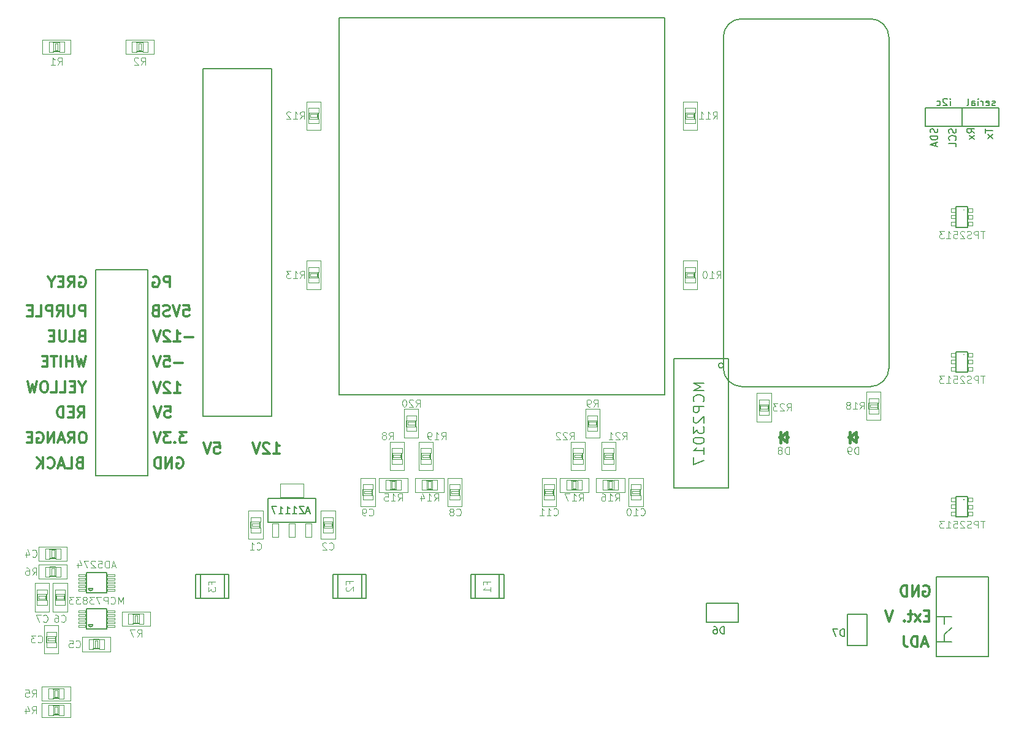
<source format=gbo>
G04 #@! TF.FileFunction,Legend,Bot*
%FSLAX46Y46*%
G04 Gerber Fmt 4.6, Leading zero omitted, Abs format (unit mm)*
G04 Created by KiCad (PCBNEW (2015-06-26 BZR 5832)-product) date Samstag, 23. Juli 2016 'u05' 19:05:18*
%MOMM*%
G01*
G04 APERTURE LIST*
%ADD10C,0.150000*%
%ADD11C,0.200000*%
%ADD12C,0.300000*%
%ADD13C,0.193040*%
%ADD14C,0.066040*%
%ADD15C,0.152400*%
%ADD16C,0.050800*%
%ADD17C,0.127000*%
%ADD18C,0.063500*%
%ADD19C,0.203200*%
%ADD20C,0.381000*%
%ADD21C,0.088900*%
%ADD22C,0.119380*%
G04 APERTURE END LIST*
D10*
D11*
X213614000Y-58420000D02*
X208534000Y-58420000D01*
X213614000Y-60960000D02*
X213614000Y-58420000D01*
X208534000Y-60960000D02*
X213614000Y-60960000D01*
X208534000Y-60960000D02*
X208534000Y-58420000D01*
X203454000Y-60960000D02*
X208534000Y-60960000D01*
X203454000Y-60833000D02*
X203454000Y-60960000D01*
X203454000Y-58420000D02*
X203454000Y-60833000D01*
X208534000Y-58420000D02*
X203454000Y-58420000D01*
D12*
X113428571Y-106178571D02*
X114285714Y-106178571D01*
X113857142Y-106178571D02*
X113857142Y-104678571D01*
X113999999Y-104892857D01*
X114142857Y-105035714D01*
X114285714Y-105107143D01*
X112857143Y-104821429D02*
X112785714Y-104750000D01*
X112642857Y-104678571D01*
X112285714Y-104678571D01*
X112142857Y-104750000D01*
X112071428Y-104821429D01*
X112000000Y-104964286D01*
X112000000Y-105107143D01*
X112071428Y-105321429D01*
X112928571Y-106178571D01*
X112000000Y-106178571D01*
X111571429Y-104678571D02*
X111071429Y-106178571D01*
X110571429Y-104678571D01*
X105285713Y-104678571D02*
X105999999Y-104678571D01*
X106071428Y-105392857D01*
X105999999Y-105321429D01*
X105857142Y-105250000D01*
X105499999Y-105250000D01*
X105357142Y-105321429D01*
X105285713Y-105392857D01*
X105214285Y-105535714D01*
X105214285Y-105892857D01*
X105285713Y-106035714D01*
X105357142Y-106107143D01*
X105499999Y-106178571D01*
X105857142Y-106178571D01*
X105999999Y-106107143D01*
X106071428Y-106035714D01*
X104785714Y-104678571D02*
X104285714Y-106178571D01*
X103785714Y-104678571D01*
D11*
X206081500Y-132180500D02*
X205081500Y-132180500D01*
X206081500Y-128680500D02*
X205081500Y-128680500D01*
X206081500Y-131180500D02*
X207081500Y-130180500D01*
X206081500Y-132180500D02*
X206081500Y-131180500D01*
X207081500Y-132180500D02*
X206081500Y-132180500D01*
X206081500Y-128680500D02*
X206081500Y-129680500D01*
X207081500Y-128680500D02*
X206081500Y-128680500D01*
D12*
X203224357Y-124430500D02*
X203367214Y-124359071D01*
X203581500Y-124359071D01*
X203795785Y-124430500D01*
X203938643Y-124573357D01*
X204010071Y-124716214D01*
X204081500Y-125001929D01*
X204081500Y-125216214D01*
X204010071Y-125501929D01*
X203938643Y-125644786D01*
X203795785Y-125787643D01*
X203581500Y-125859071D01*
X203438643Y-125859071D01*
X203224357Y-125787643D01*
X203152928Y-125716214D01*
X203152928Y-125216214D01*
X203438643Y-125216214D01*
X202510071Y-125859071D02*
X202510071Y-124359071D01*
X201652928Y-125859071D01*
X201652928Y-124359071D01*
X200938642Y-125859071D02*
X200938642Y-124359071D01*
X200581499Y-124359071D01*
X200367214Y-124430500D01*
X200224356Y-124573357D01*
X200152928Y-124716214D01*
X200081499Y-125001929D01*
X200081499Y-125216214D01*
X200152928Y-125501929D01*
X200224356Y-125644786D01*
X200367214Y-125787643D01*
X200581499Y-125859071D01*
X200938642Y-125859071D01*
X204010071Y-128573357D02*
X203510071Y-128573357D01*
X203295785Y-129359071D02*
X204010071Y-129359071D01*
X204010071Y-127859071D01*
X203295785Y-127859071D01*
X202795785Y-129359071D02*
X202010071Y-128359071D01*
X202795785Y-128359071D02*
X202010071Y-129359071D01*
X201652928Y-128359071D02*
X201081499Y-128359071D01*
X201438642Y-127859071D02*
X201438642Y-129144786D01*
X201367214Y-129287643D01*
X201224356Y-129359071D01*
X201081499Y-129359071D01*
X200581499Y-129216214D02*
X200510071Y-129287643D01*
X200581499Y-129359071D01*
X200652928Y-129287643D01*
X200581499Y-129216214D01*
X200581499Y-129359071D01*
X198938642Y-127859071D02*
X198438642Y-129359071D01*
X197938642Y-127859071D01*
X203760071Y-132430500D02*
X203045785Y-132430500D01*
X203902928Y-132859071D02*
X203402928Y-131359071D01*
X202902928Y-132859071D01*
X202402928Y-132859071D02*
X202402928Y-131359071D01*
X202045785Y-131359071D01*
X201831500Y-131430500D01*
X201688642Y-131573357D01*
X201617214Y-131716214D01*
X201545785Y-132001929D01*
X201545785Y-132216214D01*
X201617214Y-132501929D01*
X201688642Y-132644786D01*
X201831500Y-132787643D01*
X202045785Y-132859071D01*
X202402928Y-132859071D01*
X200474357Y-131359071D02*
X200474357Y-132430500D01*
X200545785Y-132644786D01*
X200688642Y-132787643D01*
X200902928Y-132859071D01*
X201045785Y-132859071D01*
D10*
X210256381Y-61880762D02*
X209780190Y-61547428D01*
X210256381Y-61309333D02*
X209256381Y-61309333D01*
X209256381Y-61690286D01*
X209304000Y-61785524D01*
X209351619Y-61833143D01*
X209446857Y-61880762D01*
X209589714Y-61880762D01*
X209684952Y-61833143D01*
X209732571Y-61785524D01*
X209780190Y-61690286D01*
X209780190Y-61309333D01*
X210256381Y-62214095D02*
X209589714Y-62737905D01*
X209589714Y-62214095D02*
X210256381Y-62737905D01*
X211796381Y-61285524D02*
X211796381Y-61856953D01*
X212796381Y-61571238D02*
X211796381Y-61571238D01*
X212796381Y-62095048D02*
X212129714Y-62618858D01*
X212129714Y-62095048D02*
X212796381Y-62618858D01*
X205128762Y-61269714D02*
X205176381Y-61412571D01*
X205176381Y-61650667D01*
X205128762Y-61745905D01*
X205081143Y-61793524D01*
X204985905Y-61841143D01*
X204890667Y-61841143D01*
X204795429Y-61793524D01*
X204747810Y-61745905D01*
X204700190Y-61650667D01*
X204652571Y-61460190D01*
X204604952Y-61364952D01*
X204557333Y-61317333D01*
X204462095Y-61269714D01*
X204366857Y-61269714D01*
X204271619Y-61317333D01*
X204224000Y-61364952D01*
X204176381Y-61460190D01*
X204176381Y-61698286D01*
X204224000Y-61841143D01*
X205176381Y-62269714D02*
X204176381Y-62269714D01*
X204176381Y-62507809D01*
X204224000Y-62650667D01*
X204319238Y-62745905D01*
X204414476Y-62793524D01*
X204604952Y-62841143D01*
X204747810Y-62841143D01*
X204938286Y-62793524D01*
X205033524Y-62745905D01*
X205128762Y-62650667D01*
X205176381Y-62507809D01*
X205176381Y-62269714D01*
X204890667Y-63222095D02*
X204890667Y-63698286D01*
X205176381Y-63126857D02*
X204176381Y-63460190D01*
X205176381Y-63793524D01*
X207668762Y-61293524D02*
X207716381Y-61436381D01*
X207716381Y-61674477D01*
X207668762Y-61769715D01*
X207621143Y-61817334D01*
X207525905Y-61864953D01*
X207430667Y-61864953D01*
X207335429Y-61817334D01*
X207287810Y-61769715D01*
X207240190Y-61674477D01*
X207192571Y-61484000D01*
X207144952Y-61388762D01*
X207097333Y-61341143D01*
X207002095Y-61293524D01*
X206906857Y-61293524D01*
X206811619Y-61341143D01*
X206764000Y-61388762D01*
X206716381Y-61484000D01*
X206716381Y-61722096D01*
X206764000Y-61864953D01*
X207621143Y-62864953D02*
X207668762Y-62817334D01*
X207716381Y-62674477D01*
X207716381Y-62579239D01*
X207668762Y-62436381D01*
X207573524Y-62341143D01*
X207478286Y-62293524D01*
X207287810Y-62245905D01*
X207144952Y-62245905D01*
X206954476Y-62293524D01*
X206859238Y-62341143D01*
X206764000Y-62436381D01*
X206716381Y-62579239D01*
X206716381Y-62674477D01*
X206764000Y-62817334D01*
X206811619Y-62864953D01*
X207716381Y-63769715D02*
X207716381Y-63293524D01*
X206716381Y-63293524D01*
X213105762Y-58062762D02*
X213010524Y-58110381D01*
X212820048Y-58110381D01*
X212724809Y-58062762D01*
X212677190Y-57967524D01*
X212677190Y-57919905D01*
X212724809Y-57824667D01*
X212820048Y-57777048D01*
X212962905Y-57777048D01*
X213058143Y-57729429D01*
X213105762Y-57634190D01*
X213105762Y-57586571D01*
X213058143Y-57491333D01*
X212962905Y-57443714D01*
X212820048Y-57443714D01*
X212724809Y-57491333D01*
X211867666Y-58062762D02*
X211962904Y-58110381D01*
X212153381Y-58110381D01*
X212248619Y-58062762D01*
X212296238Y-57967524D01*
X212296238Y-57586571D01*
X212248619Y-57491333D01*
X212153381Y-57443714D01*
X211962904Y-57443714D01*
X211867666Y-57491333D01*
X211820047Y-57586571D01*
X211820047Y-57681810D01*
X212296238Y-57777048D01*
X211391476Y-58110381D02*
X211391476Y-57443714D01*
X211391476Y-57634190D02*
X211343857Y-57538952D01*
X211296238Y-57491333D01*
X211201000Y-57443714D01*
X211105761Y-57443714D01*
X210772428Y-58110381D02*
X210772428Y-57443714D01*
X210772428Y-57110381D02*
X210820047Y-57158000D01*
X210772428Y-57205619D01*
X210724809Y-57158000D01*
X210772428Y-57110381D01*
X210772428Y-57205619D01*
X209867666Y-58110381D02*
X209867666Y-57586571D01*
X209915285Y-57491333D01*
X210010523Y-57443714D01*
X210201000Y-57443714D01*
X210296238Y-57491333D01*
X209867666Y-58062762D02*
X209962904Y-58110381D01*
X210201000Y-58110381D01*
X210296238Y-58062762D01*
X210343857Y-57967524D01*
X210343857Y-57872286D01*
X210296238Y-57777048D01*
X210201000Y-57729429D01*
X209962904Y-57729429D01*
X209867666Y-57681810D01*
X209248619Y-58110381D02*
X209343857Y-58062762D01*
X209391476Y-57967524D01*
X209391476Y-57110381D01*
X206898762Y-58110381D02*
X206898762Y-57443714D01*
X206898762Y-57110381D02*
X206946381Y-57158000D01*
X206898762Y-57205619D01*
X206851143Y-57158000D01*
X206898762Y-57110381D01*
X206898762Y-57205619D01*
X206470191Y-57205619D02*
X206422572Y-57158000D01*
X206327334Y-57110381D01*
X206089238Y-57110381D01*
X205994000Y-57158000D01*
X205946381Y-57205619D01*
X205898762Y-57300857D01*
X205898762Y-57396095D01*
X205946381Y-57538952D01*
X206517810Y-58110381D01*
X205898762Y-58110381D01*
X205041619Y-58062762D02*
X205136857Y-58110381D01*
X205327334Y-58110381D01*
X205422572Y-58062762D01*
X205470191Y-58015143D01*
X205517810Y-57919905D01*
X205517810Y-57634190D01*
X205470191Y-57538952D01*
X205422572Y-57491333D01*
X205327334Y-57443714D01*
X205136857Y-57443714D01*
X205041619Y-57491333D01*
D12*
X100142857Y-106750000D02*
X100285714Y-106678571D01*
X100500000Y-106678571D01*
X100714285Y-106750000D01*
X100857143Y-106892857D01*
X100928571Y-107035714D01*
X101000000Y-107321429D01*
X101000000Y-107535714D01*
X100928571Y-107821429D01*
X100857143Y-107964286D01*
X100714285Y-108107143D01*
X100500000Y-108178571D01*
X100357143Y-108178571D01*
X100142857Y-108107143D01*
X100071428Y-108035714D01*
X100071428Y-107535714D01*
X100357143Y-107535714D01*
X99428571Y-108178571D02*
X99428571Y-106678571D01*
X98571428Y-108178571D01*
X98571428Y-106678571D01*
X97857142Y-108178571D02*
X97857142Y-106678571D01*
X97499999Y-106678571D01*
X97285714Y-106750000D01*
X97142856Y-106892857D01*
X97071428Y-107035714D01*
X96999999Y-107321429D01*
X96999999Y-107535714D01*
X97071428Y-107821429D01*
X97142856Y-107964286D01*
X97285714Y-108107143D01*
X97499999Y-108178571D01*
X97857142Y-108178571D01*
X101414285Y-103178571D02*
X100485714Y-103178571D01*
X100985714Y-103750000D01*
X100771428Y-103750000D01*
X100628571Y-103821429D01*
X100557142Y-103892857D01*
X100485714Y-104035714D01*
X100485714Y-104392857D01*
X100557142Y-104535714D01*
X100628571Y-104607143D01*
X100771428Y-104678571D01*
X101200000Y-104678571D01*
X101342857Y-104607143D01*
X101414285Y-104535714D01*
X99842857Y-104535714D02*
X99771429Y-104607143D01*
X99842857Y-104678571D01*
X99914286Y-104607143D01*
X99842857Y-104535714D01*
X99842857Y-104678571D01*
X99271428Y-103178571D02*
X98342857Y-103178571D01*
X98842857Y-103750000D01*
X98628571Y-103750000D01*
X98485714Y-103821429D01*
X98414285Y-103892857D01*
X98342857Y-104035714D01*
X98342857Y-104392857D01*
X98414285Y-104535714D01*
X98485714Y-104607143D01*
X98628571Y-104678571D01*
X99057143Y-104678571D01*
X99200000Y-104607143D01*
X99271428Y-104535714D01*
X97914286Y-103178571D02*
X97414286Y-104678571D01*
X96914286Y-103178571D01*
X98485713Y-99678571D02*
X99199999Y-99678571D01*
X99271428Y-100392857D01*
X99199999Y-100321429D01*
X99057142Y-100250000D01*
X98699999Y-100250000D01*
X98557142Y-100321429D01*
X98485713Y-100392857D01*
X98414285Y-100535714D01*
X98414285Y-100892857D01*
X98485713Y-101035714D01*
X98557142Y-101107143D01*
X98699999Y-101178571D01*
X99057142Y-101178571D01*
X99199999Y-101107143D01*
X99271428Y-101035714D01*
X97985714Y-99678571D02*
X97485714Y-101178571D01*
X96985714Y-99678571D01*
X99728571Y-97778571D02*
X100585714Y-97778571D01*
X100157142Y-97778571D02*
X100157142Y-96278571D01*
X100299999Y-96492857D01*
X100442857Y-96635714D01*
X100585714Y-96707143D01*
X99157143Y-96421429D02*
X99085714Y-96350000D01*
X98942857Y-96278571D01*
X98585714Y-96278571D01*
X98442857Y-96350000D01*
X98371428Y-96421429D01*
X98300000Y-96564286D01*
X98300000Y-96707143D01*
X98371428Y-96921429D01*
X99228571Y-97778571D01*
X98300000Y-97778571D01*
X97871429Y-96278571D02*
X97371429Y-97778571D01*
X96871429Y-96278571D01*
X100928571Y-93607143D02*
X99785714Y-93607143D01*
X98357142Y-92678571D02*
X99071428Y-92678571D01*
X99142857Y-93392857D01*
X99071428Y-93321429D01*
X98928571Y-93250000D01*
X98571428Y-93250000D01*
X98428571Y-93321429D01*
X98357142Y-93392857D01*
X98285714Y-93535714D01*
X98285714Y-93892857D01*
X98357142Y-94035714D01*
X98428571Y-94107143D01*
X98571428Y-94178571D01*
X98928571Y-94178571D01*
X99071428Y-94107143D01*
X99142857Y-94035714D01*
X97857143Y-92678571D02*
X97357143Y-94178571D01*
X96857143Y-92678571D01*
X102342856Y-90107143D02*
X101199999Y-90107143D01*
X99699999Y-90678571D02*
X100557142Y-90678571D01*
X100128570Y-90678571D02*
X100128570Y-89178571D01*
X100271427Y-89392857D01*
X100414285Y-89535714D01*
X100557142Y-89607143D01*
X99128571Y-89321429D02*
X99057142Y-89250000D01*
X98914285Y-89178571D01*
X98557142Y-89178571D01*
X98414285Y-89250000D01*
X98342856Y-89321429D01*
X98271428Y-89464286D01*
X98271428Y-89607143D01*
X98342856Y-89821429D01*
X99199999Y-90678571D01*
X98271428Y-90678571D01*
X97842857Y-89178571D02*
X97342857Y-90678571D01*
X96842857Y-89178571D01*
X86642857Y-107392857D02*
X86428571Y-107464286D01*
X86357143Y-107535714D01*
X86285714Y-107678571D01*
X86285714Y-107892857D01*
X86357143Y-108035714D01*
X86428571Y-108107143D01*
X86571429Y-108178571D01*
X87142857Y-108178571D01*
X87142857Y-106678571D01*
X86642857Y-106678571D01*
X86500000Y-106750000D01*
X86428571Y-106821429D01*
X86357143Y-106964286D01*
X86357143Y-107107143D01*
X86428571Y-107250000D01*
X86500000Y-107321429D01*
X86642857Y-107392857D01*
X87142857Y-107392857D01*
X84928571Y-108178571D02*
X85642857Y-108178571D01*
X85642857Y-106678571D01*
X84500000Y-107750000D02*
X83785714Y-107750000D01*
X84642857Y-108178571D02*
X84142857Y-106678571D01*
X83642857Y-108178571D01*
X82285714Y-108035714D02*
X82357143Y-108107143D01*
X82571429Y-108178571D01*
X82714286Y-108178571D01*
X82928571Y-108107143D01*
X83071429Y-107964286D01*
X83142857Y-107821429D01*
X83214286Y-107535714D01*
X83214286Y-107321429D01*
X83142857Y-107035714D01*
X83071429Y-106892857D01*
X82928571Y-106750000D01*
X82714286Y-106678571D01*
X82571429Y-106678571D01*
X82357143Y-106750000D01*
X82285714Y-106821429D01*
X81642857Y-108178571D02*
X81642857Y-106678571D01*
X80785714Y-108178571D02*
X81428571Y-107321429D01*
X80785714Y-106678571D02*
X81642857Y-107535714D01*
X87250000Y-103178571D02*
X86964286Y-103178571D01*
X86821428Y-103250000D01*
X86678571Y-103392857D01*
X86607143Y-103678571D01*
X86607143Y-104178571D01*
X86678571Y-104464286D01*
X86821428Y-104607143D01*
X86964286Y-104678571D01*
X87250000Y-104678571D01*
X87392857Y-104607143D01*
X87535714Y-104464286D01*
X87607143Y-104178571D01*
X87607143Y-103678571D01*
X87535714Y-103392857D01*
X87392857Y-103250000D01*
X87250000Y-103178571D01*
X85107142Y-104678571D02*
X85607142Y-103964286D01*
X85964285Y-104678571D02*
X85964285Y-103178571D01*
X85392857Y-103178571D01*
X85249999Y-103250000D01*
X85178571Y-103321429D01*
X85107142Y-103464286D01*
X85107142Y-103678571D01*
X85178571Y-103821429D01*
X85249999Y-103892857D01*
X85392857Y-103964286D01*
X85964285Y-103964286D01*
X84535714Y-104250000D02*
X83821428Y-104250000D01*
X84678571Y-104678571D02*
X84178571Y-103178571D01*
X83678571Y-104678571D01*
X83178571Y-104678571D02*
X83178571Y-103178571D01*
X82321428Y-104678571D01*
X82321428Y-103178571D01*
X80821428Y-103250000D02*
X80964285Y-103178571D01*
X81178571Y-103178571D01*
X81392856Y-103250000D01*
X81535714Y-103392857D01*
X81607142Y-103535714D01*
X81678571Y-103821429D01*
X81678571Y-104035714D01*
X81607142Y-104321429D01*
X81535714Y-104464286D01*
X81392856Y-104607143D01*
X81178571Y-104678571D01*
X81035714Y-104678571D01*
X80821428Y-104607143D01*
X80749999Y-104535714D01*
X80749999Y-104035714D01*
X81035714Y-104035714D01*
X80107142Y-103892857D02*
X79607142Y-103892857D01*
X79392856Y-104678571D02*
X80107142Y-104678571D01*
X80107142Y-103178571D01*
X79392856Y-103178571D01*
X86464285Y-101178571D02*
X86964285Y-100464286D01*
X87321428Y-101178571D02*
X87321428Y-99678571D01*
X86750000Y-99678571D01*
X86607142Y-99750000D01*
X86535714Y-99821429D01*
X86464285Y-99964286D01*
X86464285Y-100178571D01*
X86535714Y-100321429D01*
X86607142Y-100392857D01*
X86750000Y-100464286D01*
X87321428Y-100464286D01*
X85821428Y-100392857D02*
X85321428Y-100392857D01*
X85107142Y-101178571D02*
X85821428Y-101178571D01*
X85821428Y-99678571D01*
X85107142Y-99678571D01*
X84464285Y-101178571D02*
X84464285Y-99678571D01*
X84107142Y-99678571D01*
X83892857Y-99750000D01*
X83749999Y-99892857D01*
X83678571Y-100035714D01*
X83607142Y-100321429D01*
X83607142Y-100535714D01*
X83678571Y-100821429D01*
X83749999Y-100964286D01*
X83892857Y-101107143D01*
X84107142Y-101178571D01*
X84464285Y-101178571D01*
X87035715Y-96964286D02*
X87035715Y-97678571D01*
X87535715Y-96178571D02*
X87035715Y-96964286D01*
X86535715Y-96178571D01*
X86035715Y-96892857D02*
X85535715Y-96892857D01*
X85321429Y-97678571D02*
X86035715Y-97678571D01*
X86035715Y-96178571D01*
X85321429Y-96178571D01*
X83964286Y-97678571D02*
X84678572Y-97678571D01*
X84678572Y-96178571D01*
X82750000Y-97678571D02*
X83464286Y-97678571D01*
X83464286Y-96178571D01*
X81964286Y-96178571D02*
X81678572Y-96178571D01*
X81535714Y-96250000D01*
X81392857Y-96392857D01*
X81321429Y-96678571D01*
X81321429Y-97178571D01*
X81392857Y-97464286D01*
X81535714Y-97607143D01*
X81678572Y-97678571D01*
X81964286Y-97678571D01*
X82107143Y-97607143D01*
X82250000Y-97464286D01*
X82321429Y-97178571D01*
X82321429Y-96678571D01*
X82250000Y-96392857D01*
X82107143Y-96250000D01*
X81964286Y-96178571D01*
X80821428Y-96178571D02*
X80464285Y-97678571D01*
X80178571Y-96607143D01*
X79892857Y-97678571D01*
X79535714Y-96178571D01*
X87535714Y-92678571D02*
X87178571Y-94178571D01*
X86892857Y-93107143D01*
X86607143Y-94178571D01*
X86250000Y-92678571D01*
X85678571Y-94178571D02*
X85678571Y-92678571D01*
X85678571Y-93392857D02*
X84821428Y-93392857D01*
X84821428Y-94178571D02*
X84821428Y-92678571D01*
X84107142Y-94178571D02*
X84107142Y-92678571D01*
X83607142Y-92678571D02*
X82749999Y-92678571D01*
X83178570Y-94178571D02*
X83178570Y-92678571D01*
X82249999Y-93392857D02*
X81749999Y-93392857D01*
X81535713Y-94178571D02*
X82249999Y-94178571D01*
X82249999Y-92678571D01*
X81535713Y-92678571D01*
X86964286Y-89892857D02*
X86750000Y-89964286D01*
X86678572Y-90035714D01*
X86607143Y-90178571D01*
X86607143Y-90392857D01*
X86678572Y-90535714D01*
X86750000Y-90607143D01*
X86892858Y-90678571D01*
X87464286Y-90678571D01*
X87464286Y-89178571D01*
X86964286Y-89178571D01*
X86821429Y-89250000D01*
X86750000Y-89321429D01*
X86678572Y-89464286D01*
X86678572Y-89607143D01*
X86750000Y-89750000D01*
X86821429Y-89821429D01*
X86964286Y-89892857D01*
X87464286Y-89892857D01*
X85250000Y-90678571D02*
X85964286Y-90678571D01*
X85964286Y-89178571D01*
X84750000Y-89178571D02*
X84750000Y-90392857D01*
X84678572Y-90535714D01*
X84607143Y-90607143D01*
X84464286Y-90678571D01*
X84178572Y-90678571D01*
X84035714Y-90607143D01*
X83964286Y-90535714D01*
X83892857Y-90392857D01*
X83892857Y-89178571D01*
X83178571Y-89892857D02*
X82678571Y-89892857D01*
X82464285Y-90678571D02*
X83178571Y-90678571D01*
X83178571Y-89178571D01*
X82464285Y-89178571D01*
X101049999Y-85678571D02*
X101764285Y-85678571D01*
X101835714Y-86392857D01*
X101764285Y-86321429D01*
X101621428Y-86250000D01*
X101264285Y-86250000D01*
X101121428Y-86321429D01*
X101049999Y-86392857D01*
X100978571Y-86535714D01*
X100978571Y-86892857D01*
X101049999Y-87035714D01*
X101121428Y-87107143D01*
X101264285Y-87178571D01*
X101621428Y-87178571D01*
X101764285Y-87107143D01*
X101835714Y-87035714D01*
X100550000Y-85678571D02*
X100050000Y-87178571D01*
X99550000Y-85678571D01*
X99121429Y-87107143D02*
X98907143Y-87178571D01*
X98550000Y-87178571D01*
X98407143Y-87107143D01*
X98335714Y-87035714D01*
X98264286Y-86892857D01*
X98264286Y-86750000D01*
X98335714Y-86607143D01*
X98407143Y-86535714D01*
X98550000Y-86464286D01*
X98835714Y-86392857D01*
X98978572Y-86321429D01*
X99050000Y-86250000D01*
X99121429Y-86107143D01*
X99121429Y-85964286D01*
X99050000Y-85821429D01*
X98978572Y-85750000D01*
X98835714Y-85678571D01*
X98478572Y-85678571D01*
X98264286Y-85750000D01*
X97121429Y-86392857D02*
X96907143Y-86464286D01*
X96835715Y-86535714D01*
X96764286Y-86678571D01*
X96764286Y-86892857D01*
X96835715Y-87035714D01*
X96907143Y-87107143D01*
X97050001Y-87178571D01*
X97621429Y-87178571D01*
X97621429Y-85678571D01*
X97121429Y-85678571D01*
X96978572Y-85750000D01*
X96907143Y-85821429D01*
X96835715Y-85964286D01*
X96835715Y-86107143D01*
X96907143Y-86250000D01*
X96978572Y-86321429D01*
X97121429Y-86392857D01*
X97621429Y-86392857D01*
X99142857Y-83178571D02*
X99142857Y-81678571D01*
X98571429Y-81678571D01*
X98428571Y-81750000D01*
X98357143Y-81821429D01*
X98285714Y-81964286D01*
X98285714Y-82178571D01*
X98357143Y-82321429D01*
X98428571Y-82392857D01*
X98571429Y-82464286D01*
X99142857Y-82464286D01*
X96857143Y-81750000D02*
X97000000Y-81678571D01*
X97214286Y-81678571D01*
X97428571Y-81750000D01*
X97571429Y-81892857D01*
X97642857Y-82035714D01*
X97714286Y-82321429D01*
X97714286Y-82535714D01*
X97642857Y-82821429D01*
X97571429Y-82964286D01*
X97428571Y-83107143D01*
X97214286Y-83178571D01*
X97071429Y-83178571D01*
X96857143Y-83107143D01*
X96785714Y-83035714D01*
X96785714Y-82535714D01*
X97071429Y-82535714D01*
X87464286Y-87178571D02*
X87464286Y-85678571D01*
X86892858Y-85678571D01*
X86750000Y-85750000D01*
X86678572Y-85821429D01*
X86607143Y-85964286D01*
X86607143Y-86178571D01*
X86678572Y-86321429D01*
X86750000Y-86392857D01*
X86892858Y-86464286D01*
X87464286Y-86464286D01*
X85964286Y-85678571D02*
X85964286Y-86892857D01*
X85892858Y-87035714D01*
X85821429Y-87107143D01*
X85678572Y-87178571D01*
X85392858Y-87178571D01*
X85250000Y-87107143D01*
X85178572Y-87035714D01*
X85107143Y-86892857D01*
X85107143Y-85678571D01*
X83535714Y-87178571D02*
X84035714Y-86464286D01*
X84392857Y-87178571D02*
X84392857Y-85678571D01*
X83821429Y-85678571D01*
X83678571Y-85750000D01*
X83607143Y-85821429D01*
X83535714Y-85964286D01*
X83535714Y-86178571D01*
X83607143Y-86321429D01*
X83678571Y-86392857D01*
X83821429Y-86464286D01*
X84392857Y-86464286D01*
X82892857Y-87178571D02*
X82892857Y-85678571D01*
X82321429Y-85678571D01*
X82178571Y-85750000D01*
X82107143Y-85821429D01*
X82035714Y-85964286D01*
X82035714Y-86178571D01*
X82107143Y-86321429D01*
X82178571Y-86392857D01*
X82321429Y-86464286D01*
X82892857Y-86464286D01*
X80678571Y-87178571D02*
X81392857Y-87178571D01*
X81392857Y-85678571D01*
X80178571Y-86392857D02*
X79678571Y-86392857D01*
X79464285Y-87178571D02*
X80178571Y-87178571D01*
X80178571Y-85678571D01*
X79464285Y-85678571D01*
X86678571Y-81750000D02*
X86821428Y-81678571D01*
X87035714Y-81678571D01*
X87249999Y-81750000D01*
X87392857Y-81892857D01*
X87464285Y-82035714D01*
X87535714Y-82321429D01*
X87535714Y-82535714D01*
X87464285Y-82821429D01*
X87392857Y-82964286D01*
X87249999Y-83107143D01*
X87035714Y-83178571D01*
X86892857Y-83178571D01*
X86678571Y-83107143D01*
X86607142Y-83035714D01*
X86607142Y-82535714D01*
X86892857Y-82535714D01*
X85107142Y-83178571D02*
X85607142Y-82464286D01*
X85964285Y-83178571D02*
X85964285Y-81678571D01*
X85392857Y-81678571D01*
X85249999Y-81750000D01*
X85178571Y-81821429D01*
X85107142Y-81964286D01*
X85107142Y-82178571D01*
X85178571Y-82321429D01*
X85249999Y-82392857D01*
X85392857Y-82464286D01*
X85964285Y-82464286D01*
X84464285Y-82392857D02*
X83964285Y-82392857D01*
X83749999Y-83178571D02*
X84464285Y-83178571D01*
X84464285Y-81678571D01*
X83749999Y-81678571D01*
X82821428Y-82464286D02*
X82821428Y-83178571D01*
X83321428Y-81678571D02*
X82821428Y-82464286D01*
X82321428Y-81678571D01*
D13*
X175602846Y-93999000D02*
G75*
G03X175602846Y-93999000I-352026J0D01*
G01*
X168750960Y-93049040D02*
X168750960Y-110950960D01*
X168750960Y-110950960D02*
X176249040Y-110950960D01*
X176249040Y-110950960D02*
X176249040Y-93049040D01*
X176249040Y-93049040D02*
X168750960Y-93049040D01*
D14*
X139198500Y-111906400D02*
X139198500Y-112554100D01*
X139198500Y-112554100D02*
X137798960Y-112554100D01*
X137798960Y-111906400D02*
X137798960Y-112554100D01*
X139198500Y-111906400D02*
X137798960Y-111906400D01*
X139198500Y-110433200D02*
X139198500Y-111083440D01*
X139198500Y-111083440D02*
X137798960Y-111083440D01*
X137798960Y-110433200D02*
X137798960Y-111083440D01*
X139198500Y-110433200D02*
X137798960Y-110433200D01*
X138997840Y-111301880D02*
X138997840Y-111698120D01*
X138997840Y-111698120D02*
X138002160Y-111698120D01*
X138002160Y-111301880D02*
X138002160Y-111698120D01*
X138997840Y-111301880D02*
X138002160Y-111301880D01*
D15*
X137865000Y-111091060D02*
X137865000Y-111908940D01*
X139135000Y-111091060D02*
X139135000Y-111908940D01*
D16*
X137517020Y-109528960D02*
X137517020Y-113471040D01*
X137517020Y-113471040D02*
X139482980Y-113471040D01*
X139482980Y-113471040D02*
X139482980Y-109528960D01*
X139482980Y-109528960D02*
X137517020Y-109528960D01*
D14*
X127198500Y-111906400D02*
X127198500Y-112554100D01*
X127198500Y-112554100D02*
X125798960Y-112554100D01*
X125798960Y-111906400D02*
X125798960Y-112554100D01*
X127198500Y-111906400D02*
X125798960Y-111906400D01*
X127198500Y-110433200D02*
X127198500Y-111083440D01*
X127198500Y-111083440D02*
X125798960Y-111083440D01*
X125798960Y-110433200D02*
X125798960Y-111083440D01*
X127198500Y-110433200D02*
X125798960Y-110433200D01*
X126997840Y-111301880D02*
X126997840Y-111698120D01*
X126997840Y-111698120D02*
X126002160Y-111698120D01*
X126002160Y-111301880D02*
X126002160Y-111698120D01*
X126997840Y-111301880D02*
X126002160Y-111301880D01*
D15*
X125865000Y-111091060D02*
X125865000Y-111908940D01*
X127135000Y-111091060D02*
X127135000Y-111908940D01*
D16*
X125517020Y-109528960D02*
X125517020Y-113471040D01*
X125517020Y-113471040D02*
X127482980Y-113471040D01*
X127482980Y-113471040D02*
X127482980Y-109528960D01*
X127482980Y-109528960D02*
X125517020Y-109528960D01*
D17*
X141349000Y-122849000D02*
X141349000Y-126151000D01*
X144651000Y-122849000D02*
X144651000Y-126151000D01*
X145286000Y-122849000D02*
X145286000Y-126151000D01*
X145286000Y-126151000D02*
X140714000Y-126151000D01*
X140714000Y-126151000D02*
X140714000Y-122849000D01*
X140714000Y-122849000D02*
X145286000Y-122849000D01*
X122349000Y-122849000D02*
X122349000Y-126151000D01*
X125651000Y-122849000D02*
X125651000Y-126151000D01*
X126286000Y-122849000D02*
X126286000Y-126151000D01*
X126286000Y-126151000D02*
X121714000Y-126151000D01*
X121714000Y-126151000D02*
X121714000Y-122849000D01*
X121714000Y-122849000D02*
X126286000Y-122849000D01*
X103349000Y-122849000D02*
X103349000Y-126151000D01*
X106651000Y-122849000D02*
X106651000Y-126151000D01*
X107286000Y-122849000D02*
X107286000Y-126151000D01*
X107286000Y-126151000D02*
X102714000Y-126151000D01*
X102714000Y-126151000D02*
X102714000Y-122849000D01*
X102714000Y-122849000D02*
X107286000Y-122849000D01*
D10*
X204981500Y-123180500D02*
X212181500Y-123180500D01*
X212181500Y-123180500D02*
X212181500Y-134180500D01*
X212181500Y-134180500D02*
X204981500Y-134180500D01*
X204981500Y-134180500D02*
X204981500Y-123180500D01*
X88900000Y-80750000D02*
X96100000Y-80750000D01*
X96100000Y-80750000D02*
X96100000Y-109250000D01*
X96100000Y-109250000D02*
X88900000Y-109250000D01*
X88900000Y-109250000D02*
X88900000Y-80750000D01*
X113250000Y-53000000D02*
X113250000Y-101000000D01*
X113250000Y-101000000D02*
X103750000Y-101000000D01*
X103750000Y-101000000D02*
X103750000Y-53000000D01*
X103750000Y-53000000D02*
X113250000Y-53000000D01*
D14*
X133198500Y-102406400D02*
X133198500Y-103054100D01*
X133198500Y-103054100D02*
X131798960Y-103054100D01*
X131798960Y-102406400D02*
X131798960Y-103054100D01*
X133198500Y-102406400D02*
X131798960Y-102406400D01*
X133198500Y-100933200D02*
X133198500Y-101583440D01*
X133198500Y-101583440D02*
X131798960Y-101583440D01*
X131798960Y-100933200D02*
X131798960Y-101583440D01*
X133198500Y-100933200D02*
X131798960Y-100933200D01*
X132997840Y-101801880D02*
X132997840Y-102198120D01*
X132997840Y-102198120D02*
X132002160Y-102198120D01*
X132002160Y-101801880D02*
X132002160Y-102198120D01*
X132997840Y-101801880D02*
X132002160Y-101801880D01*
D15*
X131865000Y-101591060D02*
X131865000Y-102408940D01*
X133135000Y-101591060D02*
X133135000Y-102408940D01*
D16*
X131517020Y-100028960D02*
X131517020Y-103971040D01*
X131517020Y-103971040D02*
X133482980Y-103971040D01*
X133482980Y-103971040D02*
X133482980Y-100028960D01*
X133482980Y-100028960D02*
X131517020Y-100028960D01*
D14*
X134593600Y-111198500D02*
X133945900Y-111198500D01*
X133945900Y-111198500D02*
X133945900Y-109798960D01*
X134593600Y-109798960D02*
X133945900Y-109798960D01*
X134593600Y-111198500D02*
X134593600Y-109798960D01*
X136066800Y-111198500D02*
X135416560Y-111198500D01*
X135416560Y-111198500D02*
X135416560Y-109798960D01*
X136066800Y-109798960D02*
X135416560Y-109798960D01*
X136066800Y-111198500D02*
X136066800Y-109798960D01*
X135198120Y-110997840D02*
X134801880Y-110997840D01*
X134801880Y-110997840D02*
X134801880Y-110002160D01*
X135198120Y-110002160D02*
X134801880Y-110002160D01*
X135198120Y-110997840D02*
X135198120Y-110002160D01*
D15*
X135408940Y-109865000D02*
X134591060Y-109865000D01*
X135408940Y-111135000D02*
X134591060Y-111135000D01*
D16*
X136971040Y-109517020D02*
X133028960Y-109517020D01*
X133028960Y-109517020D02*
X133028960Y-111482980D01*
X133028960Y-111482980D02*
X136971040Y-111482980D01*
X136971040Y-111482980D02*
X136971040Y-109517020D01*
D14*
X129593600Y-111198500D02*
X128945900Y-111198500D01*
X128945900Y-111198500D02*
X128945900Y-109798960D01*
X129593600Y-109798960D02*
X128945900Y-109798960D01*
X129593600Y-111198500D02*
X129593600Y-109798960D01*
X131066800Y-111198500D02*
X130416560Y-111198500D01*
X130416560Y-111198500D02*
X130416560Y-109798960D01*
X131066800Y-109798960D02*
X130416560Y-109798960D01*
X131066800Y-111198500D02*
X131066800Y-109798960D01*
X130198120Y-110997840D02*
X129801880Y-110997840D01*
X129801880Y-110997840D02*
X129801880Y-110002160D01*
X130198120Y-110002160D02*
X129801880Y-110002160D01*
X130198120Y-110997840D02*
X130198120Y-110002160D01*
D15*
X130408940Y-109865000D02*
X129591060Y-109865000D01*
X130408940Y-111135000D02*
X129591060Y-111135000D01*
D16*
X131971040Y-109517020D02*
X128028960Y-109517020D01*
X128028960Y-109517020D02*
X128028960Y-111482980D01*
X128028960Y-111482980D02*
X131971040Y-111482980D01*
X131971040Y-111482980D02*
X131971040Y-109517020D01*
D14*
X133801500Y-106093600D02*
X133801500Y-105445900D01*
X133801500Y-105445900D02*
X135201040Y-105445900D01*
X135201040Y-106093600D02*
X135201040Y-105445900D01*
X133801500Y-106093600D02*
X135201040Y-106093600D01*
X133801500Y-107566800D02*
X133801500Y-106916560D01*
X133801500Y-106916560D02*
X135201040Y-106916560D01*
X135201040Y-107566800D02*
X135201040Y-106916560D01*
X133801500Y-107566800D02*
X135201040Y-107566800D01*
X134002160Y-106698120D02*
X134002160Y-106301880D01*
X134002160Y-106301880D02*
X134997840Y-106301880D01*
X134997840Y-106698120D02*
X134997840Y-106301880D01*
X134002160Y-106698120D02*
X134997840Y-106698120D01*
D15*
X135135000Y-106908940D02*
X135135000Y-106091060D01*
X133865000Y-106908940D02*
X133865000Y-106091060D01*
D16*
X135482980Y-108471040D02*
X135482980Y-104528960D01*
X135482980Y-104528960D02*
X133517020Y-104528960D01*
X133517020Y-104528960D02*
X133517020Y-108471040D01*
X133517020Y-108471040D02*
X135482980Y-108471040D01*
D14*
X129801500Y-106093600D02*
X129801500Y-105445900D01*
X129801500Y-105445900D02*
X131201040Y-105445900D01*
X131201040Y-106093600D02*
X131201040Y-105445900D01*
X129801500Y-106093600D02*
X131201040Y-106093600D01*
X129801500Y-107566800D02*
X129801500Y-106916560D01*
X129801500Y-106916560D02*
X131201040Y-106916560D01*
X131201040Y-107566800D02*
X131201040Y-106916560D01*
X129801500Y-107566800D02*
X131201040Y-107566800D01*
X130002160Y-106698120D02*
X130002160Y-106301880D01*
X130002160Y-106301880D02*
X130997840Y-106301880D01*
X130997840Y-106698120D02*
X130997840Y-106301880D01*
X130002160Y-106698120D02*
X130997840Y-106698120D01*
D15*
X131135000Y-106908940D02*
X131135000Y-106091060D01*
X129865000Y-106908940D02*
X129865000Y-106091060D01*
D16*
X131482980Y-108471040D02*
X131482980Y-104528960D01*
X131482980Y-104528960D02*
X129517020Y-104528960D01*
X129517020Y-104528960D02*
X129517020Y-108471040D01*
X129517020Y-108471040D02*
X131482980Y-108471040D01*
D14*
X209998600Y-72301120D02*
X209998600Y-72801500D01*
X209998600Y-72801500D02*
X209348360Y-72801500D01*
X209348360Y-72301120D02*
X209348360Y-72801500D01*
X209998600Y-72301120D02*
X209348360Y-72301120D01*
X209998600Y-73251080D02*
X209998600Y-73748920D01*
X209998600Y-73748920D02*
X209348360Y-73748920D01*
X209348360Y-73251080D02*
X209348360Y-73748920D01*
X209998600Y-73251080D02*
X209348360Y-73251080D01*
X209998600Y-74198500D02*
X209998600Y-74698880D01*
X209998600Y-74698880D02*
X209348360Y-74698880D01*
X209348360Y-74198500D02*
X209348360Y-74698880D01*
X209998600Y-74198500D02*
X209348360Y-74198500D01*
X207651640Y-74198500D02*
X207651640Y-74698880D01*
X207651640Y-74698880D02*
X207001400Y-74698880D01*
X207001400Y-74198500D02*
X207001400Y-74698880D01*
X207651640Y-74198500D02*
X207001400Y-74198500D01*
X207651640Y-72301120D02*
X207651640Y-72801500D01*
X207651640Y-72801500D02*
X207001400Y-72801500D01*
X207001400Y-72301120D02*
X207001400Y-72801500D01*
X207651640Y-72301120D02*
X207001400Y-72301120D01*
X207651640Y-73200280D02*
X207651640Y-73698120D01*
X207651640Y-73698120D02*
X207001400Y-73698120D01*
X207001400Y-73200280D02*
X207001400Y-73698120D01*
X207651640Y-73200280D02*
X207001400Y-73200280D01*
D15*
X207692280Y-74919860D02*
X209307720Y-74919860D01*
X209307720Y-74919860D02*
X209307720Y-72080140D01*
X209307720Y-72080140D02*
X207692280Y-72080140D01*
X207692280Y-72080140D02*
X207692280Y-74919860D01*
X207692280Y-72979300D02*
X207692280Y-74020700D01*
X209307720Y-73073280D02*
X209307720Y-72979300D01*
X209307720Y-74020700D02*
X209307720Y-73926720D01*
X209307720Y-72174120D02*
X209307720Y-72080140D01*
X209307720Y-74919860D02*
X209307720Y-74825880D01*
X207692280Y-74825880D02*
X207692280Y-74919860D01*
X207692280Y-72080140D02*
X207692280Y-72174120D01*
D18*
X208867970Y-72501780D02*
G75*
G03X208867970Y-72501780I-68250J0D01*
G01*
D14*
X209998600Y-92301120D02*
X209998600Y-92801500D01*
X209998600Y-92801500D02*
X209348360Y-92801500D01*
X209348360Y-92301120D02*
X209348360Y-92801500D01*
X209998600Y-92301120D02*
X209348360Y-92301120D01*
X209998600Y-93251080D02*
X209998600Y-93748920D01*
X209998600Y-93748920D02*
X209348360Y-93748920D01*
X209348360Y-93251080D02*
X209348360Y-93748920D01*
X209998600Y-93251080D02*
X209348360Y-93251080D01*
X209998600Y-94198500D02*
X209998600Y-94698880D01*
X209998600Y-94698880D02*
X209348360Y-94698880D01*
X209348360Y-94198500D02*
X209348360Y-94698880D01*
X209998600Y-94198500D02*
X209348360Y-94198500D01*
X207651640Y-94198500D02*
X207651640Y-94698880D01*
X207651640Y-94698880D02*
X207001400Y-94698880D01*
X207001400Y-94198500D02*
X207001400Y-94698880D01*
X207651640Y-94198500D02*
X207001400Y-94198500D01*
X207651640Y-92301120D02*
X207651640Y-92801500D01*
X207651640Y-92801500D02*
X207001400Y-92801500D01*
X207001400Y-92301120D02*
X207001400Y-92801500D01*
X207651640Y-92301120D02*
X207001400Y-92301120D01*
X207651640Y-93200280D02*
X207651640Y-93698120D01*
X207651640Y-93698120D02*
X207001400Y-93698120D01*
X207001400Y-93200280D02*
X207001400Y-93698120D01*
X207651640Y-93200280D02*
X207001400Y-93200280D01*
D15*
X207692280Y-94919860D02*
X209307720Y-94919860D01*
X209307720Y-94919860D02*
X209307720Y-92080140D01*
X209307720Y-92080140D02*
X207692280Y-92080140D01*
X207692280Y-92080140D02*
X207692280Y-94919860D01*
X207692280Y-92979300D02*
X207692280Y-94020700D01*
X209307720Y-93073280D02*
X209307720Y-92979300D01*
X209307720Y-94020700D02*
X209307720Y-93926720D01*
X209307720Y-92174120D02*
X209307720Y-92080140D01*
X209307720Y-94919860D02*
X209307720Y-94825880D01*
X207692280Y-94825880D02*
X207692280Y-94919860D01*
X207692280Y-92080140D02*
X207692280Y-92174120D01*
D18*
X208867970Y-92501780D02*
G75*
G03X208867970Y-92501780I-68250J0D01*
G01*
D14*
X209998600Y-112301120D02*
X209998600Y-112801500D01*
X209998600Y-112801500D02*
X209348360Y-112801500D01*
X209348360Y-112301120D02*
X209348360Y-112801500D01*
X209998600Y-112301120D02*
X209348360Y-112301120D01*
X209998600Y-113251080D02*
X209998600Y-113748920D01*
X209998600Y-113748920D02*
X209348360Y-113748920D01*
X209348360Y-113251080D02*
X209348360Y-113748920D01*
X209998600Y-113251080D02*
X209348360Y-113251080D01*
X209998600Y-114198500D02*
X209998600Y-114698880D01*
X209998600Y-114698880D02*
X209348360Y-114698880D01*
X209348360Y-114198500D02*
X209348360Y-114698880D01*
X209998600Y-114198500D02*
X209348360Y-114198500D01*
X207651640Y-114198500D02*
X207651640Y-114698880D01*
X207651640Y-114698880D02*
X207001400Y-114698880D01*
X207001400Y-114198500D02*
X207001400Y-114698880D01*
X207651640Y-114198500D02*
X207001400Y-114198500D01*
X207651640Y-112301120D02*
X207651640Y-112801500D01*
X207651640Y-112801500D02*
X207001400Y-112801500D01*
X207001400Y-112301120D02*
X207001400Y-112801500D01*
X207651640Y-112301120D02*
X207001400Y-112301120D01*
X207651640Y-113200280D02*
X207651640Y-113698120D01*
X207651640Y-113698120D02*
X207001400Y-113698120D01*
X207001400Y-113200280D02*
X207001400Y-113698120D01*
X207651640Y-113200280D02*
X207001400Y-113200280D01*
D15*
X207692280Y-114919860D02*
X209307720Y-114919860D01*
X209307720Y-114919860D02*
X209307720Y-112080140D01*
X209307720Y-112080140D02*
X207692280Y-112080140D01*
X207692280Y-112080140D02*
X207692280Y-114919860D01*
X207692280Y-112979300D02*
X207692280Y-114020700D01*
X209307720Y-113073280D02*
X209307720Y-112979300D01*
X209307720Y-114020700D02*
X209307720Y-113926720D01*
X209307720Y-112174120D02*
X209307720Y-112080140D01*
X209307720Y-114919860D02*
X209307720Y-114825880D01*
X207692280Y-114825880D02*
X207692280Y-114919860D01*
X207692280Y-112080140D02*
X207692280Y-112174120D01*
D18*
X208867970Y-112501780D02*
G75*
G03X208867970Y-112501780I-68250J0D01*
G01*
D14*
X117600200Y-112199140D02*
X114399800Y-112199140D01*
X114399800Y-112199140D02*
X114399800Y-110342400D01*
X117600200Y-110342400D02*
X114399800Y-110342400D01*
X117600200Y-112199140D02*
X117600200Y-110342400D01*
X116431800Y-117657600D02*
X115568200Y-117657600D01*
X115568200Y-117657600D02*
X115568200Y-115800860D01*
X116431800Y-115800860D02*
X115568200Y-115800860D01*
X116431800Y-117657600D02*
X116431800Y-115800860D01*
X118743200Y-117657600D02*
X117879600Y-117657600D01*
X117879600Y-117657600D02*
X117879600Y-115800860D01*
X118743200Y-115800860D02*
X117879600Y-115800860D01*
X118743200Y-117657600D02*
X118743200Y-115800860D01*
X114120400Y-117657600D02*
X113256800Y-117657600D01*
X113256800Y-117657600D02*
X113256800Y-115800860D01*
X114120400Y-115800860D02*
X113256800Y-115800860D01*
X114120400Y-117657600D02*
X114120400Y-115800860D01*
X117600200Y-112199140D02*
X114399800Y-112199140D01*
X114399800Y-112199140D02*
X114399800Y-110342400D01*
X117600200Y-110342400D02*
X114399800Y-110342400D01*
X117600200Y-112199140D02*
X117600200Y-110342400D01*
X116431800Y-117657600D02*
X115568200Y-117657600D01*
X115568200Y-117657600D02*
X115568200Y-115800860D01*
X116431800Y-115800860D02*
X115568200Y-115800860D01*
X116431800Y-117657600D02*
X116431800Y-115800860D01*
X118743200Y-117657600D02*
X117879600Y-117657600D01*
X117879600Y-117657600D02*
X117879600Y-115800860D01*
X118743200Y-115800860D02*
X117879600Y-115800860D01*
X118743200Y-117657600D02*
X118743200Y-115800860D01*
X114120400Y-117657600D02*
X113256800Y-117657600D01*
X113256800Y-117657600D02*
X113256800Y-115800860D01*
X114120400Y-115800860D02*
X113256800Y-115800860D01*
X114120400Y-117657600D02*
X114120400Y-115800860D01*
D19*
X112723400Y-112349000D02*
X112723400Y-115651000D01*
X112723400Y-115651000D02*
X119276600Y-115651000D01*
X119276600Y-115651000D02*
X119276600Y-112349000D01*
X119276600Y-112349000D02*
X112723400Y-112349000D01*
D10*
X178110000Y-96900000D02*
X195890000Y-96900000D01*
X178110000Y-46100000D02*
X195890000Y-46100000D01*
X198430000Y-48640000D02*
X198430000Y-94360000D01*
X175570000Y-94360000D02*
X175570000Y-48640000D01*
X178110000Y-96900000D02*
G75*
G02X175570000Y-94360000I0J2540000D01*
G01*
X198430000Y-94360000D02*
G75*
G02X195890000Y-96900000I-2540000J0D01*
G01*
X195890000Y-46100000D02*
G75*
G02X198430000Y-48640000I0J-2540000D01*
G01*
X175570000Y-48640000D02*
G75*
G02X178110000Y-46100000I2540000J0D01*
G01*
D14*
X86500640Y-130122680D02*
X86500640Y-129873760D01*
X86500640Y-129873760D02*
X87501400Y-129873760D01*
X87501400Y-130122680D02*
X87501400Y-129873760D01*
X86500640Y-130122680D02*
X87501400Y-130122680D01*
X86500640Y-129622300D02*
X86500640Y-129373380D01*
X86500640Y-129373380D02*
X87501400Y-129373380D01*
X87501400Y-129622300D02*
X87501400Y-129373380D01*
X86500640Y-129622300D02*
X87501400Y-129622300D01*
X86500640Y-129121920D02*
X86500640Y-128875540D01*
X86500640Y-128875540D02*
X87501400Y-128875540D01*
X87501400Y-129121920D02*
X87501400Y-128875540D01*
X86500640Y-129121920D02*
X87501400Y-129121920D01*
X86500640Y-128626620D02*
X86500640Y-128375160D01*
X86500640Y-128375160D02*
X87501400Y-128375160D01*
X87501400Y-128626620D02*
X87501400Y-128375160D01*
X86500640Y-128626620D02*
X87501400Y-128626620D01*
X86500640Y-128126240D02*
X86500640Y-127874780D01*
X86500640Y-127874780D02*
X87501400Y-127874780D01*
X87501400Y-128126240D02*
X87501400Y-127874780D01*
X86500640Y-128126240D02*
X87501400Y-128126240D01*
X90498600Y-128126240D02*
X90498600Y-127877320D01*
X90498600Y-127877320D02*
X91499360Y-127877320D01*
X91499360Y-128126240D02*
X91499360Y-127877320D01*
X90498600Y-128126240D02*
X91499360Y-128126240D01*
X90498600Y-128626620D02*
X90498600Y-128377700D01*
X90498600Y-128377700D02*
X91499360Y-128377700D01*
X91499360Y-128626620D02*
X91499360Y-128377700D01*
X90498600Y-128626620D02*
X91499360Y-128626620D01*
X90498600Y-129124460D02*
X90498600Y-128878080D01*
X90498600Y-128878080D02*
X91499360Y-128878080D01*
X91499360Y-129124460D02*
X91499360Y-128878080D01*
X90498600Y-129124460D02*
X91499360Y-129124460D01*
X90498600Y-129624840D02*
X90498600Y-129373380D01*
X90498600Y-129373380D02*
X91499360Y-129373380D01*
X91499360Y-129624840D02*
X91499360Y-129373380D01*
X90498600Y-129624840D02*
X91499360Y-129624840D01*
X90498600Y-130125220D02*
X90498600Y-129873760D01*
X90498600Y-129873760D02*
X91499360Y-129873760D01*
X91499360Y-130125220D02*
X91499360Y-129873760D01*
X90498600Y-130125220D02*
X91499360Y-130125220D01*
D19*
X90399540Y-130399540D02*
X90399540Y-127600460D01*
X90399540Y-127600460D02*
X87600460Y-127600460D01*
X87600460Y-127600460D02*
X87600460Y-130399540D01*
X87600460Y-130399540D02*
X90399540Y-130399540D01*
X88502160Y-129797560D02*
X87900180Y-129797560D01*
X88504700Y-129797560D02*
G75*
G02X87900180Y-129797560I-302260J0D01*
G01*
D14*
X86500640Y-125122680D02*
X86500640Y-124873760D01*
X86500640Y-124873760D02*
X87501400Y-124873760D01*
X87501400Y-125122680D02*
X87501400Y-124873760D01*
X86500640Y-125122680D02*
X87501400Y-125122680D01*
X86500640Y-124622300D02*
X86500640Y-124373380D01*
X86500640Y-124373380D02*
X87501400Y-124373380D01*
X87501400Y-124622300D02*
X87501400Y-124373380D01*
X86500640Y-124622300D02*
X87501400Y-124622300D01*
X86500640Y-124121920D02*
X86500640Y-123875540D01*
X86500640Y-123875540D02*
X87501400Y-123875540D01*
X87501400Y-124121920D02*
X87501400Y-123875540D01*
X86500640Y-124121920D02*
X87501400Y-124121920D01*
X86500640Y-123626620D02*
X86500640Y-123375160D01*
X86500640Y-123375160D02*
X87501400Y-123375160D01*
X87501400Y-123626620D02*
X87501400Y-123375160D01*
X86500640Y-123626620D02*
X87501400Y-123626620D01*
X86500640Y-123126240D02*
X86500640Y-122874780D01*
X86500640Y-122874780D02*
X87501400Y-122874780D01*
X87501400Y-123126240D02*
X87501400Y-122874780D01*
X86500640Y-123126240D02*
X87501400Y-123126240D01*
X90498600Y-123126240D02*
X90498600Y-122877320D01*
X90498600Y-122877320D02*
X91499360Y-122877320D01*
X91499360Y-123126240D02*
X91499360Y-122877320D01*
X90498600Y-123126240D02*
X91499360Y-123126240D01*
X90498600Y-123626620D02*
X90498600Y-123377700D01*
X90498600Y-123377700D02*
X91499360Y-123377700D01*
X91499360Y-123626620D02*
X91499360Y-123377700D01*
X90498600Y-123626620D02*
X91499360Y-123626620D01*
X90498600Y-124124460D02*
X90498600Y-123878080D01*
X90498600Y-123878080D02*
X91499360Y-123878080D01*
X91499360Y-124124460D02*
X91499360Y-123878080D01*
X90498600Y-124124460D02*
X91499360Y-124124460D01*
X90498600Y-124624840D02*
X90498600Y-124373380D01*
X90498600Y-124373380D02*
X91499360Y-124373380D01*
X91499360Y-124624840D02*
X91499360Y-124373380D01*
X90498600Y-124624840D02*
X91499360Y-124624840D01*
X90498600Y-125125220D02*
X90498600Y-124873760D01*
X90498600Y-124873760D02*
X91499360Y-124873760D01*
X91499360Y-125125220D02*
X91499360Y-124873760D01*
X90498600Y-125125220D02*
X91499360Y-125125220D01*
D19*
X90399540Y-125399540D02*
X90399540Y-122600460D01*
X90399540Y-122600460D02*
X87600460Y-122600460D01*
X87600460Y-122600460D02*
X87600460Y-125399540D01*
X87600460Y-125399540D02*
X90399540Y-125399540D01*
X88502160Y-124797560D02*
X87900180Y-124797560D01*
X88504700Y-124797560D02*
G75*
G02X87900180Y-124797560I-302260J0D01*
G01*
D10*
X167500000Y-46000000D02*
X122500000Y-46000000D01*
X122500000Y-46000000D02*
X122500000Y-98000000D01*
X122500000Y-98000000D02*
X167500000Y-98000000D01*
X167500000Y-98000000D02*
X167500000Y-46000000D01*
D14*
X110301500Y-115593600D02*
X110301500Y-114945900D01*
X110301500Y-114945900D02*
X111701040Y-114945900D01*
X111701040Y-115593600D02*
X111701040Y-114945900D01*
X110301500Y-115593600D02*
X111701040Y-115593600D01*
X110301500Y-117066800D02*
X110301500Y-116416560D01*
X110301500Y-116416560D02*
X111701040Y-116416560D01*
X111701040Y-117066800D02*
X111701040Y-116416560D01*
X110301500Y-117066800D02*
X111701040Y-117066800D01*
X110502160Y-116198120D02*
X110502160Y-115801880D01*
X110502160Y-115801880D02*
X111497840Y-115801880D01*
X111497840Y-116198120D02*
X111497840Y-115801880D01*
X110502160Y-116198120D02*
X111497840Y-116198120D01*
D15*
X111635000Y-116408940D02*
X111635000Y-115591060D01*
X110365000Y-116408940D02*
X110365000Y-115591060D01*
D16*
X111982980Y-117971040D02*
X111982980Y-114028960D01*
X111982980Y-114028960D02*
X110017020Y-114028960D01*
X110017020Y-114028960D02*
X110017020Y-117971040D01*
X110017020Y-117971040D02*
X111982980Y-117971040D01*
D14*
X121698500Y-116406400D02*
X121698500Y-117054100D01*
X121698500Y-117054100D02*
X120298960Y-117054100D01*
X120298960Y-116406400D02*
X120298960Y-117054100D01*
X121698500Y-116406400D02*
X120298960Y-116406400D01*
X121698500Y-114933200D02*
X121698500Y-115583440D01*
X121698500Y-115583440D02*
X120298960Y-115583440D01*
X120298960Y-114933200D02*
X120298960Y-115583440D01*
X121698500Y-114933200D02*
X120298960Y-114933200D01*
X121497840Y-115801880D02*
X121497840Y-116198120D01*
X121497840Y-116198120D02*
X120502160Y-116198120D01*
X120502160Y-115801880D02*
X120502160Y-116198120D01*
X121497840Y-115801880D02*
X120502160Y-115801880D01*
D15*
X120365000Y-115591060D02*
X120365000Y-116408940D01*
X121635000Y-115591060D02*
X121635000Y-116408940D01*
D16*
X120017020Y-114028960D02*
X120017020Y-117971040D01*
X120017020Y-117971040D02*
X121982980Y-117971040D01*
X121982980Y-117971040D02*
X121982980Y-114028960D01*
X121982980Y-114028960D02*
X120017020Y-114028960D01*
D14*
X82105500Y-131419600D02*
X82105500Y-130771900D01*
X82105500Y-130771900D02*
X83505040Y-130771900D01*
X83505040Y-131419600D02*
X83505040Y-130771900D01*
X82105500Y-131419600D02*
X83505040Y-131419600D01*
X82105500Y-132892800D02*
X82105500Y-132242560D01*
X82105500Y-132242560D02*
X83505040Y-132242560D01*
X83505040Y-132892800D02*
X83505040Y-132242560D01*
X82105500Y-132892800D02*
X83505040Y-132892800D01*
X82306160Y-132024120D02*
X82306160Y-131627880D01*
X82306160Y-131627880D02*
X83301840Y-131627880D01*
X83301840Y-132024120D02*
X83301840Y-131627880D01*
X82306160Y-132024120D02*
X83301840Y-132024120D01*
D15*
X83439000Y-132234940D02*
X83439000Y-131417060D01*
X82169000Y-132234940D02*
X82169000Y-131417060D01*
D16*
X83786980Y-133797040D02*
X83786980Y-129854960D01*
X83786980Y-129854960D02*
X81821020Y-129854960D01*
X81821020Y-129854960D02*
X81821020Y-133797040D01*
X81821020Y-133797040D02*
X83786980Y-133797040D01*
D14*
X83406400Y-119301500D02*
X84054100Y-119301500D01*
X84054100Y-119301500D02*
X84054100Y-120701040D01*
X83406400Y-120701040D02*
X84054100Y-120701040D01*
X83406400Y-119301500D02*
X83406400Y-120701040D01*
X81933200Y-119301500D02*
X82583440Y-119301500D01*
X82583440Y-119301500D02*
X82583440Y-120701040D01*
X81933200Y-120701040D02*
X82583440Y-120701040D01*
X81933200Y-119301500D02*
X81933200Y-120701040D01*
X82801880Y-119502160D02*
X83198120Y-119502160D01*
X83198120Y-119502160D02*
X83198120Y-120497840D01*
X82801880Y-120497840D02*
X83198120Y-120497840D01*
X82801880Y-119502160D02*
X82801880Y-120497840D01*
D15*
X82591060Y-120635000D02*
X83408940Y-120635000D01*
X82591060Y-119365000D02*
X83408940Y-119365000D01*
D16*
X81028960Y-120982980D02*
X84971040Y-120982980D01*
X84971040Y-120982980D02*
X84971040Y-119017020D01*
X84971040Y-119017020D02*
X81028960Y-119017020D01*
X81028960Y-119017020D02*
X81028960Y-120982980D01*
D14*
X88593600Y-133198500D02*
X87945900Y-133198500D01*
X87945900Y-133198500D02*
X87945900Y-131798960D01*
X88593600Y-131798960D02*
X87945900Y-131798960D01*
X88593600Y-133198500D02*
X88593600Y-131798960D01*
X90066800Y-133198500D02*
X89416560Y-133198500D01*
X89416560Y-133198500D02*
X89416560Y-131798960D01*
X90066800Y-131798960D02*
X89416560Y-131798960D01*
X90066800Y-133198500D02*
X90066800Y-131798960D01*
X89198120Y-132997840D02*
X88801880Y-132997840D01*
X88801880Y-132997840D02*
X88801880Y-132002160D01*
X89198120Y-132002160D02*
X88801880Y-132002160D01*
X89198120Y-132997840D02*
X89198120Y-132002160D01*
D15*
X89408940Y-131865000D02*
X88591060Y-131865000D01*
X89408940Y-133135000D02*
X88591060Y-133135000D01*
D16*
X90971040Y-131517020D02*
X87028960Y-131517020D01*
X87028960Y-131517020D02*
X87028960Y-133482980D01*
X87028960Y-133482980D02*
X90971040Y-133482980D01*
X90971040Y-133482980D02*
X90971040Y-131517020D01*
D14*
X84698500Y-126406400D02*
X84698500Y-127054100D01*
X84698500Y-127054100D02*
X83298960Y-127054100D01*
X83298960Y-126406400D02*
X83298960Y-127054100D01*
X84698500Y-126406400D02*
X83298960Y-126406400D01*
X84698500Y-124933200D02*
X84698500Y-125583440D01*
X84698500Y-125583440D02*
X83298960Y-125583440D01*
X83298960Y-124933200D02*
X83298960Y-125583440D01*
X84698500Y-124933200D02*
X83298960Y-124933200D01*
X84497840Y-125801880D02*
X84497840Y-126198120D01*
X84497840Y-126198120D02*
X83502160Y-126198120D01*
X83502160Y-125801880D02*
X83502160Y-126198120D01*
X84497840Y-125801880D02*
X83502160Y-125801880D01*
D15*
X83365000Y-125591060D02*
X83365000Y-126408940D01*
X84635000Y-125591060D02*
X84635000Y-126408940D01*
D16*
X83017020Y-124028960D02*
X83017020Y-127971040D01*
X83017020Y-127971040D02*
X84982980Y-127971040D01*
X84982980Y-127971040D02*
X84982980Y-124028960D01*
X84982980Y-124028960D02*
X83017020Y-124028960D01*
D14*
X82198500Y-126406400D02*
X82198500Y-127054100D01*
X82198500Y-127054100D02*
X80798960Y-127054100D01*
X80798960Y-126406400D02*
X80798960Y-127054100D01*
X82198500Y-126406400D02*
X80798960Y-126406400D01*
X82198500Y-124933200D02*
X82198500Y-125583440D01*
X82198500Y-125583440D02*
X80798960Y-125583440D01*
X80798960Y-124933200D02*
X80798960Y-125583440D01*
X82198500Y-124933200D02*
X80798960Y-124933200D01*
X81997840Y-125801880D02*
X81997840Y-126198120D01*
X81997840Y-126198120D02*
X81002160Y-126198120D01*
X81002160Y-125801880D02*
X81002160Y-126198120D01*
X81997840Y-125801880D02*
X81002160Y-125801880D01*
D15*
X80865000Y-125591060D02*
X80865000Y-126408940D01*
X82135000Y-125591060D02*
X82135000Y-126408940D01*
D16*
X80517020Y-124028960D02*
X80517020Y-127971040D01*
X80517020Y-127971040D02*
X82482980Y-127971040D01*
X82482980Y-127971040D02*
X82482980Y-124028960D01*
X82482980Y-124028960D02*
X80517020Y-124028960D01*
D14*
X164198500Y-111906400D02*
X164198500Y-112554100D01*
X164198500Y-112554100D02*
X162798960Y-112554100D01*
X162798960Y-111906400D02*
X162798960Y-112554100D01*
X164198500Y-111906400D02*
X162798960Y-111906400D01*
X164198500Y-110433200D02*
X164198500Y-111083440D01*
X164198500Y-111083440D02*
X162798960Y-111083440D01*
X162798960Y-110433200D02*
X162798960Y-111083440D01*
X164198500Y-110433200D02*
X162798960Y-110433200D01*
X163997840Y-111301880D02*
X163997840Y-111698120D01*
X163997840Y-111698120D02*
X163002160Y-111698120D01*
X163002160Y-111301880D02*
X163002160Y-111698120D01*
X163997840Y-111301880D02*
X163002160Y-111301880D01*
D15*
X162865000Y-111091060D02*
X162865000Y-111908940D01*
X164135000Y-111091060D02*
X164135000Y-111908940D01*
D16*
X162517020Y-109528960D02*
X162517020Y-113471040D01*
X162517020Y-113471040D02*
X164482980Y-113471040D01*
X164482980Y-113471040D02*
X164482980Y-109528960D01*
X164482980Y-109528960D02*
X162517020Y-109528960D01*
D14*
X152198500Y-111906400D02*
X152198500Y-112554100D01*
X152198500Y-112554100D02*
X150798960Y-112554100D01*
X150798960Y-111906400D02*
X150798960Y-112554100D01*
X152198500Y-111906400D02*
X150798960Y-111906400D01*
X152198500Y-110433200D02*
X152198500Y-111083440D01*
X152198500Y-111083440D02*
X150798960Y-111083440D01*
X150798960Y-110433200D02*
X150798960Y-111083440D01*
X152198500Y-110433200D02*
X150798960Y-110433200D01*
X151997840Y-111301880D02*
X151997840Y-111698120D01*
X151997840Y-111698120D02*
X151002160Y-111698120D01*
X151002160Y-111301880D02*
X151002160Y-111698120D01*
X151997840Y-111301880D02*
X151002160Y-111301880D01*
D15*
X150865000Y-111091060D02*
X150865000Y-111908940D01*
X152135000Y-111091060D02*
X152135000Y-111908940D01*
D16*
X150517020Y-109528960D02*
X150517020Y-113471040D01*
X150517020Y-113471040D02*
X152482980Y-113471040D01*
X152482980Y-113471040D02*
X152482980Y-109528960D01*
X152482980Y-109528960D02*
X150517020Y-109528960D01*
D14*
X83093600Y-50698500D02*
X82445900Y-50698500D01*
X82445900Y-50698500D02*
X82445900Y-49298960D01*
X83093600Y-49298960D02*
X82445900Y-49298960D01*
X83093600Y-50698500D02*
X83093600Y-49298960D01*
X84566800Y-50698500D02*
X83916560Y-50698500D01*
X83916560Y-50698500D02*
X83916560Y-49298960D01*
X84566800Y-49298960D02*
X83916560Y-49298960D01*
X84566800Y-50698500D02*
X84566800Y-49298960D01*
X83698120Y-50497840D02*
X83301880Y-50497840D01*
X83301880Y-50497840D02*
X83301880Y-49502160D01*
X83698120Y-49502160D02*
X83301880Y-49502160D01*
X83698120Y-50497840D02*
X83698120Y-49502160D01*
D15*
X83908940Y-49365000D02*
X83091060Y-49365000D01*
X83908940Y-50635000D02*
X83091060Y-50635000D01*
D16*
X85471040Y-49017020D02*
X81528960Y-49017020D01*
X81528960Y-49017020D02*
X81528960Y-50982980D01*
X81528960Y-50982980D02*
X85471040Y-50982980D01*
X85471040Y-50982980D02*
X85471040Y-49017020D01*
D14*
X94593600Y-50698500D02*
X93945900Y-50698500D01*
X93945900Y-50698500D02*
X93945900Y-49298960D01*
X94593600Y-49298960D02*
X93945900Y-49298960D01*
X94593600Y-50698500D02*
X94593600Y-49298960D01*
X96066800Y-50698500D02*
X95416560Y-50698500D01*
X95416560Y-50698500D02*
X95416560Y-49298960D01*
X96066800Y-49298960D02*
X95416560Y-49298960D01*
X96066800Y-50698500D02*
X96066800Y-49298960D01*
X95198120Y-50497840D02*
X94801880Y-50497840D01*
X94801880Y-50497840D02*
X94801880Y-49502160D01*
X95198120Y-49502160D02*
X94801880Y-49502160D01*
X95198120Y-50497840D02*
X95198120Y-49502160D01*
D15*
X95408940Y-49365000D02*
X94591060Y-49365000D01*
X95408940Y-50635000D02*
X94591060Y-50635000D01*
D16*
X96971040Y-49017020D02*
X93028960Y-49017020D01*
X93028960Y-49017020D02*
X93028960Y-50982980D01*
X93028960Y-50982980D02*
X96971040Y-50982980D01*
X96971040Y-50982980D02*
X96971040Y-49017020D01*
D14*
X83032600Y-142303500D02*
X82384900Y-142303500D01*
X82384900Y-142303500D02*
X82384900Y-140903960D01*
X83032600Y-140903960D02*
X82384900Y-140903960D01*
X83032600Y-142303500D02*
X83032600Y-140903960D01*
X84505800Y-142303500D02*
X83855560Y-142303500D01*
X83855560Y-142303500D02*
X83855560Y-140903960D01*
X84505800Y-140903960D02*
X83855560Y-140903960D01*
X84505800Y-142303500D02*
X84505800Y-140903960D01*
X83637120Y-142102840D02*
X83240880Y-142102840D01*
X83240880Y-142102840D02*
X83240880Y-141107160D01*
X83637120Y-141107160D02*
X83240880Y-141107160D01*
X83637120Y-142102840D02*
X83637120Y-141107160D01*
D15*
X83847940Y-140970000D02*
X83030060Y-140970000D01*
X83847940Y-142240000D02*
X83030060Y-142240000D01*
D16*
X85410040Y-140622020D02*
X81467960Y-140622020D01*
X81467960Y-140622020D02*
X81467960Y-142587980D01*
X81467960Y-142587980D02*
X85410040Y-142587980D01*
X85410040Y-142587980D02*
X85410040Y-140622020D01*
D14*
X83032600Y-140017500D02*
X82384900Y-140017500D01*
X82384900Y-140017500D02*
X82384900Y-138617960D01*
X83032600Y-138617960D02*
X82384900Y-138617960D01*
X83032600Y-140017500D02*
X83032600Y-138617960D01*
X84505800Y-140017500D02*
X83855560Y-140017500D01*
X83855560Y-140017500D02*
X83855560Y-138617960D01*
X84505800Y-138617960D02*
X83855560Y-138617960D01*
X84505800Y-140017500D02*
X84505800Y-138617960D01*
X83637120Y-139816840D02*
X83240880Y-139816840D01*
X83240880Y-139816840D02*
X83240880Y-138821160D01*
X83637120Y-138821160D02*
X83240880Y-138821160D01*
X83637120Y-139816840D02*
X83637120Y-138821160D01*
D15*
X83847940Y-138684000D02*
X83030060Y-138684000D01*
X83847940Y-139954000D02*
X83030060Y-139954000D01*
D16*
X85410040Y-138336020D02*
X81467960Y-138336020D01*
X81467960Y-138336020D02*
X81467960Y-140301980D01*
X81467960Y-140301980D02*
X85410040Y-140301980D01*
X85410040Y-140301980D02*
X85410040Y-138336020D01*
D14*
X83406400Y-121801500D02*
X84054100Y-121801500D01*
X84054100Y-121801500D02*
X84054100Y-123201040D01*
X83406400Y-123201040D02*
X84054100Y-123201040D01*
X83406400Y-121801500D02*
X83406400Y-123201040D01*
X81933200Y-121801500D02*
X82583440Y-121801500D01*
X82583440Y-121801500D02*
X82583440Y-123201040D01*
X81933200Y-123201040D02*
X82583440Y-123201040D01*
X81933200Y-121801500D02*
X81933200Y-123201040D01*
X82801880Y-122002160D02*
X83198120Y-122002160D01*
X83198120Y-122002160D02*
X83198120Y-122997840D01*
X82801880Y-122997840D02*
X83198120Y-122997840D01*
X82801880Y-122002160D02*
X82801880Y-122997840D01*
D15*
X82591060Y-123135000D02*
X83408940Y-123135000D01*
X82591060Y-121865000D02*
X83408940Y-121865000D01*
D16*
X81028960Y-123482980D02*
X84971040Y-123482980D01*
X84971040Y-123482980D02*
X84971040Y-121517020D01*
X84971040Y-121517020D02*
X81028960Y-121517020D01*
X81028960Y-121517020D02*
X81028960Y-123482980D01*
D14*
X94906400Y-128301500D02*
X95554100Y-128301500D01*
X95554100Y-128301500D02*
X95554100Y-129701040D01*
X94906400Y-129701040D02*
X95554100Y-129701040D01*
X94906400Y-128301500D02*
X94906400Y-129701040D01*
X93433200Y-128301500D02*
X94083440Y-128301500D01*
X94083440Y-128301500D02*
X94083440Y-129701040D01*
X93433200Y-129701040D02*
X94083440Y-129701040D01*
X93433200Y-128301500D02*
X93433200Y-129701040D01*
X94301880Y-128502160D02*
X94698120Y-128502160D01*
X94698120Y-128502160D02*
X94698120Y-129497840D01*
X94301880Y-129497840D02*
X94698120Y-129497840D01*
X94301880Y-128502160D02*
X94301880Y-129497840D01*
D15*
X94091060Y-129635000D02*
X94908940Y-129635000D01*
X94091060Y-128365000D02*
X94908940Y-128365000D01*
D16*
X92528960Y-129982980D02*
X96471040Y-129982980D01*
X96471040Y-129982980D02*
X96471040Y-128017020D01*
X96471040Y-128017020D02*
X92528960Y-128017020D01*
X92528960Y-128017020D02*
X92528960Y-129982980D01*
D14*
X158198500Y-102406400D02*
X158198500Y-103054100D01*
X158198500Y-103054100D02*
X156798960Y-103054100D01*
X156798960Y-102406400D02*
X156798960Y-103054100D01*
X158198500Y-102406400D02*
X156798960Y-102406400D01*
X158198500Y-100933200D02*
X158198500Y-101583440D01*
X158198500Y-101583440D02*
X156798960Y-101583440D01*
X156798960Y-100933200D02*
X156798960Y-101583440D01*
X158198500Y-100933200D02*
X156798960Y-100933200D01*
X157997840Y-101801880D02*
X157997840Y-102198120D01*
X157997840Y-102198120D02*
X157002160Y-102198120D01*
X157002160Y-101801880D02*
X157002160Y-102198120D01*
X157997840Y-101801880D02*
X157002160Y-101801880D01*
D15*
X156865000Y-101591060D02*
X156865000Y-102408940D01*
X158135000Y-101591060D02*
X158135000Y-102408940D01*
D16*
X156517020Y-100028960D02*
X156517020Y-103971040D01*
X156517020Y-103971040D02*
X158482980Y-103971040D01*
X158482980Y-103971040D02*
X158482980Y-100028960D01*
X158482980Y-100028960D02*
X156517020Y-100028960D01*
D14*
X171698500Y-81906400D02*
X171698500Y-82554100D01*
X171698500Y-82554100D02*
X170298960Y-82554100D01*
X170298960Y-81906400D02*
X170298960Y-82554100D01*
X171698500Y-81906400D02*
X170298960Y-81906400D01*
X171698500Y-80433200D02*
X171698500Y-81083440D01*
X171698500Y-81083440D02*
X170298960Y-81083440D01*
X170298960Y-80433200D02*
X170298960Y-81083440D01*
X171698500Y-80433200D02*
X170298960Y-80433200D01*
X171497840Y-81301880D02*
X171497840Y-81698120D01*
X171497840Y-81698120D02*
X170502160Y-81698120D01*
X170502160Y-81301880D02*
X170502160Y-81698120D01*
X171497840Y-81301880D02*
X170502160Y-81301880D01*
D15*
X170365000Y-81091060D02*
X170365000Y-81908940D01*
X171635000Y-81091060D02*
X171635000Y-81908940D01*
D16*
X170017020Y-79528960D02*
X170017020Y-83471040D01*
X170017020Y-83471040D02*
X171982980Y-83471040D01*
X171982980Y-83471040D02*
X171982980Y-79528960D01*
X171982980Y-79528960D02*
X170017020Y-79528960D01*
D14*
X171698500Y-59906400D02*
X171698500Y-60554100D01*
X171698500Y-60554100D02*
X170298960Y-60554100D01*
X170298960Y-59906400D02*
X170298960Y-60554100D01*
X171698500Y-59906400D02*
X170298960Y-59906400D01*
X171698500Y-58433200D02*
X171698500Y-59083440D01*
X171698500Y-59083440D02*
X170298960Y-59083440D01*
X170298960Y-58433200D02*
X170298960Y-59083440D01*
X171698500Y-58433200D02*
X170298960Y-58433200D01*
X171497840Y-59301880D02*
X171497840Y-59698120D01*
X171497840Y-59698120D02*
X170502160Y-59698120D01*
X170502160Y-59301880D02*
X170502160Y-59698120D01*
X171497840Y-59301880D02*
X170502160Y-59301880D01*
D15*
X170365000Y-59091060D02*
X170365000Y-59908940D01*
X171635000Y-59091060D02*
X171635000Y-59908940D01*
D16*
X170017020Y-57528960D02*
X170017020Y-61471040D01*
X170017020Y-61471040D02*
X171982980Y-61471040D01*
X171982980Y-61471040D02*
X171982980Y-57528960D01*
X171982980Y-57528960D02*
X170017020Y-57528960D01*
D14*
X119698500Y-59906400D02*
X119698500Y-60554100D01*
X119698500Y-60554100D02*
X118298960Y-60554100D01*
X118298960Y-59906400D02*
X118298960Y-60554100D01*
X119698500Y-59906400D02*
X118298960Y-59906400D01*
X119698500Y-58433200D02*
X119698500Y-59083440D01*
X119698500Y-59083440D02*
X118298960Y-59083440D01*
X118298960Y-58433200D02*
X118298960Y-59083440D01*
X119698500Y-58433200D02*
X118298960Y-58433200D01*
X119497840Y-59301880D02*
X119497840Y-59698120D01*
X119497840Y-59698120D02*
X118502160Y-59698120D01*
X118502160Y-59301880D02*
X118502160Y-59698120D01*
X119497840Y-59301880D02*
X118502160Y-59301880D01*
D15*
X118365000Y-59091060D02*
X118365000Y-59908940D01*
X119635000Y-59091060D02*
X119635000Y-59908940D01*
D16*
X118017020Y-57528960D02*
X118017020Y-61471040D01*
X118017020Y-61471040D02*
X119982980Y-61471040D01*
X119982980Y-61471040D02*
X119982980Y-57528960D01*
X119982980Y-57528960D02*
X118017020Y-57528960D01*
D14*
X119698500Y-81906400D02*
X119698500Y-82554100D01*
X119698500Y-82554100D02*
X118298960Y-82554100D01*
X118298960Y-81906400D02*
X118298960Y-82554100D01*
X119698500Y-81906400D02*
X118298960Y-81906400D01*
X119698500Y-80433200D02*
X119698500Y-81083440D01*
X119698500Y-81083440D02*
X118298960Y-81083440D01*
X118298960Y-80433200D02*
X118298960Y-81083440D01*
X119698500Y-80433200D02*
X118298960Y-80433200D01*
X119497840Y-81301880D02*
X119497840Y-81698120D01*
X119497840Y-81698120D02*
X118502160Y-81698120D01*
X118502160Y-81301880D02*
X118502160Y-81698120D01*
X119497840Y-81301880D02*
X118502160Y-81301880D01*
D15*
X118365000Y-81091060D02*
X118365000Y-81908940D01*
X119635000Y-81091060D02*
X119635000Y-81908940D01*
D16*
X118017020Y-79528960D02*
X118017020Y-83471040D01*
X118017020Y-83471040D02*
X119982980Y-83471040D01*
X119982980Y-83471040D02*
X119982980Y-79528960D01*
X119982980Y-79528960D02*
X118017020Y-79528960D01*
D14*
X159593600Y-111198500D02*
X158945900Y-111198500D01*
X158945900Y-111198500D02*
X158945900Y-109798960D01*
X159593600Y-109798960D02*
X158945900Y-109798960D01*
X159593600Y-111198500D02*
X159593600Y-109798960D01*
X161066800Y-111198500D02*
X160416560Y-111198500D01*
X160416560Y-111198500D02*
X160416560Y-109798960D01*
X161066800Y-109798960D02*
X160416560Y-109798960D01*
X161066800Y-111198500D02*
X161066800Y-109798960D01*
X160198120Y-110997840D02*
X159801880Y-110997840D01*
X159801880Y-110997840D02*
X159801880Y-110002160D01*
X160198120Y-110002160D02*
X159801880Y-110002160D01*
X160198120Y-110997840D02*
X160198120Y-110002160D01*
D15*
X160408940Y-109865000D02*
X159591060Y-109865000D01*
X160408940Y-111135000D02*
X159591060Y-111135000D01*
D16*
X161971040Y-109517020D02*
X158028960Y-109517020D01*
X158028960Y-109517020D02*
X158028960Y-111482980D01*
X158028960Y-111482980D02*
X161971040Y-111482980D01*
X161971040Y-111482980D02*
X161971040Y-109517020D01*
D14*
X154593600Y-111198500D02*
X153945900Y-111198500D01*
X153945900Y-111198500D02*
X153945900Y-109798960D01*
X154593600Y-109798960D02*
X153945900Y-109798960D01*
X154593600Y-111198500D02*
X154593600Y-109798960D01*
X156066800Y-111198500D02*
X155416560Y-111198500D01*
X155416560Y-111198500D02*
X155416560Y-109798960D01*
X156066800Y-109798960D02*
X155416560Y-109798960D01*
X156066800Y-111198500D02*
X156066800Y-109798960D01*
X155198120Y-110997840D02*
X154801880Y-110997840D01*
X154801880Y-110997840D02*
X154801880Y-110002160D01*
X155198120Y-110002160D02*
X154801880Y-110002160D01*
X155198120Y-110997840D02*
X155198120Y-110002160D01*
D15*
X155408940Y-109865000D02*
X154591060Y-109865000D01*
X155408940Y-111135000D02*
X154591060Y-111135000D01*
D16*
X156971040Y-109517020D02*
X153028960Y-109517020D01*
X153028960Y-109517020D02*
X153028960Y-111482980D01*
X153028960Y-111482980D02*
X156971040Y-111482980D01*
X156971040Y-111482980D02*
X156971040Y-109517020D01*
D14*
X195643500Y-99161600D02*
X195643500Y-98513900D01*
X195643500Y-98513900D02*
X197043040Y-98513900D01*
X197043040Y-99161600D02*
X197043040Y-98513900D01*
X195643500Y-99161600D02*
X197043040Y-99161600D01*
X195643500Y-100634800D02*
X195643500Y-99984560D01*
X195643500Y-99984560D02*
X197043040Y-99984560D01*
X197043040Y-100634800D02*
X197043040Y-99984560D01*
X195643500Y-100634800D02*
X197043040Y-100634800D01*
X195844160Y-99766120D02*
X195844160Y-99369880D01*
X195844160Y-99369880D02*
X196839840Y-99369880D01*
X196839840Y-99766120D02*
X196839840Y-99369880D01*
X195844160Y-99766120D02*
X196839840Y-99766120D01*
D15*
X196977000Y-99976940D02*
X196977000Y-99159060D01*
X195707000Y-99976940D02*
X195707000Y-99159060D01*
D16*
X197324980Y-101539040D02*
X197324980Y-97596960D01*
X197324980Y-97596960D02*
X195359020Y-97596960D01*
X195359020Y-97596960D02*
X195359020Y-101539040D01*
X195359020Y-101539040D02*
X197324980Y-101539040D01*
D14*
X159051500Y-106093600D02*
X159051500Y-105445900D01*
X159051500Y-105445900D02*
X160451040Y-105445900D01*
X160451040Y-106093600D02*
X160451040Y-105445900D01*
X159051500Y-106093600D02*
X160451040Y-106093600D01*
X159051500Y-107566800D02*
X159051500Y-106916560D01*
X159051500Y-106916560D02*
X160451040Y-106916560D01*
X160451040Y-107566800D02*
X160451040Y-106916560D01*
X159051500Y-107566800D02*
X160451040Y-107566800D01*
X159252160Y-106698120D02*
X159252160Y-106301880D01*
X159252160Y-106301880D02*
X160247840Y-106301880D01*
X160247840Y-106698120D02*
X160247840Y-106301880D01*
X159252160Y-106698120D02*
X160247840Y-106698120D01*
D15*
X160385000Y-106908940D02*
X160385000Y-106091060D01*
X159115000Y-106908940D02*
X159115000Y-106091060D01*
D16*
X160732980Y-108471040D02*
X160732980Y-104528960D01*
X160732980Y-104528960D02*
X158767020Y-104528960D01*
X158767020Y-104528960D02*
X158767020Y-108471040D01*
X158767020Y-108471040D02*
X160732980Y-108471040D01*
D14*
X154801500Y-106093600D02*
X154801500Y-105445900D01*
X154801500Y-105445900D02*
X156201040Y-105445900D01*
X156201040Y-106093600D02*
X156201040Y-105445900D01*
X154801500Y-106093600D02*
X156201040Y-106093600D01*
X154801500Y-107566800D02*
X154801500Y-106916560D01*
X154801500Y-106916560D02*
X156201040Y-106916560D01*
X156201040Y-107566800D02*
X156201040Y-106916560D01*
X154801500Y-107566800D02*
X156201040Y-107566800D01*
X155002160Y-106698120D02*
X155002160Y-106301880D01*
X155002160Y-106301880D02*
X155997840Y-106301880D01*
X155997840Y-106698120D02*
X155997840Y-106301880D01*
X155002160Y-106698120D02*
X155997840Y-106698120D01*
D15*
X156135000Y-106908940D02*
X156135000Y-106091060D01*
X154865000Y-106908940D02*
X154865000Y-106091060D01*
D16*
X156482980Y-108471040D02*
X156482980Y-104528960D01*
X156482980Y-104528960D02*
X154517020Y-104528960D01*
X154517020Y-104528960D02*
X154517020Y-108471040D01*
X154517020Y-108471040D02*
X156482980Y-108471040D01*
D10*
X177506000Y-129493000D02*
X177606000Y-129493000D01*
X177606000Y-129493000D02*
X177606000Y-126793000D01*
X177606000Y-126793000D02*
X173256000Y-126793000D01*
X173256000Y-126793000D02*
X173256000Y-129493000D01*
X173256000Y-129493000D02*
X177556000Y-129493000D01*
X195406000Y-128437000D02*
X195406000Y-128337000D01*
X195406000Y-128337000D02*
X192706000Y-128337000D01*
X192706000Y-128337000D02*
X192706000Y-132687000D01*
X192706000Y-132687000D02*
X195406000Y-132687000D01*
X195406000Y-132687000D02*
X195406000Y-128387000D01*
D20*
X183450420Y-103900000D02*
X183300560Y-103900000D01*
X184298780Y-103900000D02*
X184499440Y-103900000D01*
X183450420Y-103900000D02*
X183450420Y-104649300D01*
X183450420Y-103900000D02*
X183450420Y-103198960D01*
X183450420Y-103900000D02*
X184298780Y-103198960D01*
X184298780Y-103198960D02*
X184298780Y-104601040D01*
X184298780Y-104601040D02*
X183450420Y-103900000D01*
X193050420Y-103900000D02*
X192900560Y-103900000D01*
X193898780Y-103900000D02*
X194099440Y-103900000D01*
X193050420Y-103900000D02*
X193050420Y-104649300D01*
X193050420Y-103900000D02*
X193050420Y-103198960D01*
X193050420Y-103900000D02*
X193898780Y-103198960D01*
X193898780Y-103198960D02*
X193898780Y-104601040D01*
X193898780Y-104601040D02*
X193050420Y-103900000D01*
D14*
X181898500Y-100206400D02*
X181898500Y-100854100D01*
X181898500Y-100854100D02*
X180498960Y-100854100D01*
X180498960Y-100206400D02*
X180498960Y-100854100D01*
X181898500Y-100206400D02*
X180498960Y-100206400D01*
X181898500Y-98733200D02*
X181898500Y-99383440D01*
X181898500Y-99383440D02*
X180498960Y-99383440D01*
X180498960Y-98733200D02*
X180498960Y-99383440D01*
X181898500Y-98733200D02*
X180498960Y-98733200D01*
X181697840Y-99601880D02*
X181697840Y-99998120D01*
X181697840Y-99998120D02*
X180702160Y-99998120D01*
X180702160Y-99601880D02*
X180702160Y-99998120D01*
X181697840Y-99601880D02*
X180702160Y-99601880D01*
D15*
X180565000Y-99391060D02*
X180565000Y-100208940D01*
X181835000Y-99391060D02*
X181835000Y-100208940D01*
D16*
X180217020Y-97828960D02*
X180217020Y-101771040D01*
X180217020Y-101771040D02*
X182182980Y-101771040D01*
X182182980Y-101771040D02*
X182182980Y-97828960D01*
X182182980Y-97828960D02*
X180217020Y-97828960D01*
D15*
X172929651Y-96428573D02*
X171429651Y-96428573D01*
X172501080Y-96928573D01*
X171429651Y-97428573D01*
X172929651Y-97428573D01*
X172786794Y-99000002D02*
X172858223Y-98928573D01*
X172929651Y-98714287D01*
X172929651Y-98571430D01*
X172858223Y-98357145D01*
X172715366Y-98214287D01*
X172572509Y-98142859D01*
X172286794Y-98071430D01*
X172072509Y-98071430D01*
X171786794Y-98142859D01*
X171643937Y-98214287D01*
X171501080Y-98357145D01*
X171429651Y-98571430D01*
X171429651Y-98714287D01*
X171501080Y-98928573D01*
X171572509Y-99000002D01*
X172929651Y-99642859D02*
X171429651Y-99642859D01*
X171429651Y-100214287D01*
X171501080Y-100357145D01*
X171572509Y-100428573D01*
X171715366Y-100500002D01*
X171929651Y-100500002D01*
X172072509Y-100428573D01*
X172143937Y-100357145D01*
X172215366Y-100214287D01*
X172215366Y-99642859D01*
X171572509Y-101071430D02*
X171501080Y-101142859D01*
X171429651Y-101285716D01*
X171429651Y-101642859D01*
X171501080Y-101785716D01*
X171572509Y-101857145D01*
X171715366Y-101928573D01*
X171858223Y-101928573D01*
X172072509Y-101857145D01*
X172929651Y-101000002D01*
X172929651Y-101928573D01*
X171429651Y-102428573D02*
X171429651Y-103357144D01*
X172001080Y-102857144D01*
X172001080Y-103071430D01*
X172072509Y-103214287D01*
X172143937Y-103285716D01*
X172286794Y-103357144D01*
X172643937Y-103357144D01*
X172786794Y-103285716D01*
X172858223Y-103214287D01*
X172929651Y-103071430D01*
X172929651Y-102642858D01*
X172858223Y-102500001D01*
X172786794Y-102428573D01*
X171429651Y-104285715D02*
X171429651Y-104428572D01*
X171501080Y-104571429D01*
X171572509Y-104642858D01*
X171715366Y-104714287D01*
X172001080Y-104785715D01*
X172358223Y-104785715D01*
X172643937Y-104714287D01*
X172786794Y-104642858D01*
X172858223Y-104571429D01*
X172929651Y-104428572D01*
X172929651Y-104285715D01*
X172858223Y-104142858D01*
X172786794Y-104071429D01*
X172643937Y-104000001D01*
X172358223Y-103928572D01*
X172001080Y-103928572D01*
X171715366Y-104000001D01*
X171572509Y-104071429D01*
X171501080Y-104142858D01*
X171429651Y-104285715D01*
X172929651Y-106214286D02*
X172929651Y-105357143D01*
X172929651Y-105785715D02*
X171429651Y-105785715D01*
X171643937Y-105642858D01*
X171786794Y-105500000D01*
X171858223Y-105357143D01*
X171429651Y-106714286D02*
X171429651Y-107714286D01*
X172929651Y-107071429D01*
D21*
X138723666Y-114657143D02*
X138771285Y-114704762D01*
X138914142Y-114752381D01*
X139009380Y-114752381D01*
X139152238Y-114704762D01*
X139247476Y-114609524D01*
X139295095Y-114514286D01*
X139342714Y-114323810D01*
X139342714Y-114180952D01*
X139295095Y-113990476D01*
X139247476Y-113895238D01*
X139152238Y-113800000D01*
X139009380Y-113752381D01*
X138914142Y-113752381D01*
X138771285Y-113800000D01*
X138723666Y-113847619D01*
X138152238Y-114180952D02*
X138247476Y-114133333D01*
X138295095Y-114085714D01*
X138342714Y-113990476D01*
X138342714Y-113942857D01*
X138295095Y-113847619D01*
X138247476Y-113800000D01*
X138152238Y-113752381D01*
X137961761Y-113752381D01*
X137866523Y-113800000D01*
X137818904Y-113847619D01*
X137771285Y-113942857D01*
X137771285Y-113990476D01*
X137818904Y-114085714D01*
X137866523Y-114133333D01*
X137961761Y-114180952D01*
X138152238Y-114180952D01*
X138247476Y-114228571D01*
X138295095Y-114276190D01*
X138342714Y-114371429D01*
X138342714Y-114561905D01*
X138295095Y-114657143D01*
X138247476Y-114704762D01*
X138152238Y-114752381D01*
X137961761Y-114752381D01*
X137866523Y-114704762D01*
X137818904Y-114657143D01*
X137771285Y-114561905D01*
X137771285Y-114371429D01*
X137818904Y-114276190D01*
X137866523Y-114228571D01*
X137961761Y-114180952D01*
X126658666Y-114657143D02*
X126706285Y-114704762D01*
X126849142Y-114752381D01*
X126944380Y-114752381D01*
X127087238Y-114704762D01*
X127182476Y-114609524D01*
X127230095Y-114514286D01*
X127277714Y-114323810D01*
X127277714Y-114180952D01*
X127230095Y-113990476D01*
X127182476Y-113895238D01*
X127087238Y-113800000D01*
X126944380Y-113752381D01*
X126849142Y-113752381D01*
X126706285Y-113800000D01*
X126658666Y-113847619D01*
X126182476Y-114752381D02*
X125992000Y-114752381D01*
X125896761Y-114704762D01*
X125849142Y-114657143D01*
X125753904Y-114514286D01*
X125706285Y-114323810D01*
X125706285Y-113942857D01*
X125753904Y-113847619D01*
X125801523Y-113800000D01*
X125896761Y-113752381D01*
X126087238Y-113752381D01*
X126182476Y-113800000D01*
X126230095Y-113847619D01*
X126277714Y-113942857D01*
X126277714Y-114180952D01*
X126230095Y-114276190D01*
X126182476Y-114323810D01*
X126087238Y-114371429D01*
X125896761Y-114371429D01*
X125801523Y-114323810D01*
X125753904Y-114276190D01*
X125706285Y-114180952D01*
D22*
X142928571Y-124166667D02*
X142928571Y-123833333D01*
X143452381Y-123833333D02*
X142452381Y-123833333D01*
X142452381Y-124309524D01*
X143452381Y-125214286D02*
X143452381Y-124642857D01*
X143452381Y-124928571D02*
X142452381Y-124928571D01*
X142595238Y-124833333D01*
X142690476Y-124738095D01*
X142738095Y-124642857D01*
X123928571Y-124116667D02*
X123928571Y-123783333D01*
X124452381Y-123783333D02*
X123452381Y-123783333D01*
X123452381Y-124259524D01*
X123547619Y-124592857D02*
X123500000Y-124640476D01*
X123452381Y-124735714D01*
X123452381Y-124973810D01*
X123500000Y-125069048D01*
X123547619Y-125116667D01*
X123642857Y-125164286D01*
X123738095Y-125164286D01*
X123880952Y-125116667D01*
X124452381Y-124545238D01*
X124452381Y-125164286D01*
X104928571Y-124166667D02*
X104928571Y-123833333D01*
X105452381Y-123833333D02*
X104452381Y-123833333D01*
X104452381Y-124309524D01*
X104452381Y-124595238D02*
X104452381Y-125214286D01*
X104833333Y-124880952D01*
X104833333Y-125023810D01*
X104880952Y-125119048D01*
X104928571Y-125166667D01*
X105023810Y-125214286D01*
X105261905Y-125214286D01*
X105357143Y-125166667D01*
X105404762Y-125119048D01*
X105452381Y-125023810D01*
X105452381Y-124738095D01*
X105404762Y-124642857D01*
X105357143Y-124595238D01*
D21*
X129416666Y-104202381D02*
X129750000Y-103726190D01*
X129988095Y-104202381D02*
X129988095Y-103202381D01*
X129607142Y-103202381D01*
X129511904Y-103250000D01*
X129464285Y-103297619D01*
X129416666Y-103392857D01*
X129416666Y-103535714D01*
X129464285Y-103630952D01*
X129511904Y-103678571D01*
X129607142Y-103726190D01*
X129988095Y-103726190D01*
X128845238Y-103630952D02*
X128940476Y-103583333D01*
X128988095Y-103535714D01*
X129035714Y-103440476D01*
X129035714Y-103392857D01*
X128988095Y-103297619D01*
X128940476Y-103250000D01*
X128845238Y-103202381D01*
X128654761Y-103202381D01*
X128559523Y-103250000D01*
X128511904Y-103297619D01*
X128464285Y-103392857D01*
X128464285Y-103440476D01*
X128511904Y-103535714D01*
X128559523Y-103583333D01*
X128654761Y-103630952D01*
X128845238Y-103630952D01*
X128940476Y-103678571D01*
X128988095Y-103726190D01*
X129035714Y-103821429D01*
X129035714Y-104011905D01*
X128988095Y-104107143D01*
X128940476Y-104154762D01*
X128845238Y-104202381D01*
X128654761Y-104202381D01*
X128559523Y-104154762D01*
X128511904Y-104107143D01*
X128464285Y-104011905D01*
X128464285Y-103821429D01*
X128511904Y-103726190D01*
X128559523Y-103678571D01*
X128654761Y-103630952D01*
X135642857Y-112702381D02*
X135976191Y-112226190D01*
X136214286Y-112702381D02*
X136214286Y-111702381D01*
X135833333Y-111702381D01*
X135738095Y-111750000D01*
X135690476Y-111797619D01*
X135642857Y-111892857D01*
X135642857Y-112035714D01*
X135690476Y-112130952D01*
X135738095Y-112178571D01*
X135833333Y-112226190D01*
X136214286Y-112226190D01*
X134690476Y-112702381D02*
X135261905Y-112702381D01*
X134976191Y-112702381D02*
X134976191Y-111702381D01*
X135071429Y-111845238D01*
X135166667Y-111940476D01*
X135261905Y-111988095D01*
X133833333Y-112035714D02*
X133833333Y-112702381D01*
X134071429Y-111654762D02*
X134309524Y-112369048D01*
X133690476Y-112369048D01*
X130642857Y-112702381D02*
X130976191Y-112226190D01*
X131214286Y-112702381D02*
X131214286Y-111702381D01*
X130833333Y-111702381D01*
X130738095Y-111750000D01*
X130690476Y-111797619D01*
X130642857Y-111892857D01*
X130642857Y-112035714D01*
X130690476Y-112130952D01*
X130738095Y-112178571D01*
X130833333Y-112226190D01*
X131214286Y-112226190D01*
X129690476Y-112702381D02*
X130261905Y-112702381D01*
X129976191Y-112702381D02*
X129976191Y-111702381D01*
X130071429Y-111845238D01*
X130166667Y-111940476D01*
X130261905Y-111988095D01*
X128785714Y-111702381D02*
X129261905Y-111702381D01*
X129309524Y-112178571D01*
X129261905Y-112130952D01*
X129166667Y-112083333D01*
X128928571Y-112083333D01*
X128833333Y-112130952D01*
X128785714Y-112178571D01*
X128738095Y-112273810D01*
X128738095Y-112511905D01*
X128785714Y-112607143D01*
X128833333Y-112654762D01*
X128928571Y-112702381D01*
X129166667Y-112702381D01*
X129261905Y-112654762D01*
X129309524Y-112607143D01*
X136642857Y-104202381D02*
X136976191Y-103726190D01*
X137214286Y-104202381D02*
X137214286Y-103202381D01*
X136833333Y-103202381D01*
X136738095Y-103250000D01*
X136690476Y-103297619D01*
X136642857Y-103392857D01*
X136642857Y-103535714D01*
X136690476Y-103630952D01*
X136738095Y-103678571D01*
X136833333Y-103726190D01*
X137214286Y-103726190D01*
X135690476Y-104202381D02*
X136261905Y-104202381D01*
X135976191Y-104202381D02*
X135976191Y-103202381D01*
X136071429Y-103345238D01*
X136166667Y-103440476D01*
X136261905Y-103488095D01*
X135214286Y-104202381D02*
X135023810Y-104202381D01*
X134928571Y-104154762D01*
X134880952Y-104107143D01*
X134785714Y-103964286D01*
X134738095Y-103773810D01*
X134738095Y-103392857D01*
X134785714Y-103297619D01*
X134833333Y-103250000D01*
X134928571Y-103202381D01*
X135119048Y-103202381D01*
X135214286Y-103250000D01*
X135261905Y-103297619D01*
X135309524Y-103392857D01*
X135309524Y-103630952D01*
X135261905Y-103726190D01*
X135214286Y-103773810D01*
X135119048Y-103821429D01*
X134928571Y-103821429D01*
X134833333Y-103773810D01*
X134785714Y-103726190D01*
X134738095Y-103630952D01*
X133142857Y-99702381D02*
X133476191Y-99226190D01*
X133714286Y-99702381D02*
X133714286Y-98702381D01*
X133333333Y-98702381D01*
X133238095Y-98750000D01*
X133190476Y-98797619D01*
X133142857Y-98892857D01*
X133142857Y-99035714D01*
X133190476Y-99130952D01*
X133238095Y-99178571D01*
X133333333Y-99226190D01*
X133714286Y-99226190D01*
X132761905Y-98797619D02*
X132714286Y-98750000D01*
X132619048Y-98702381D01*
X132380952Y-98702381D01*
X132285714Y-98750000D01*
X132238095Y-98797619D01*
X132190476Y-98892857D01*
X132190476Y-98988095D01*
X132238095Y-99130952D01*
X132809524Y-99702381D01*
X132190476Y-99702381D01*
X131571429Y-98702381D02*
X131476190Y-98702381D01*
X131380952Y-98750000D01*
X131333333Y-98797619D01*
X131285714Y-98892857D01*
X131238095Y-99083333D01*
X131238095Y-99321429D01*
X131285714Y-99511905D01*
X131333333Y-99607143D01*
X131380952Y-99654762D01*
X131476190Y-99702381D01*
X131571429Y-99702381D01*
X131666667Y-99654762D01*
X131714286Y-99607143D01*
X131761905Y-99511905D01*
X131809524Y-99321429D01*
X131809524Y-99083333D01*
X131761905Y-98892857D01*
X131714286Y-98797619D01*
X131666667Y-98750000D01*
X131571429Y-98702381D01*
X211666667Y-75452381D02*
X211095238Y-75452381D01*
X211380953Y-76452381D02*
X211380953Y-75452381D01*
X210761905Y-76452381D02*
X210761905Y-75452381D01*
X210380952Y-75452381D01*
X210285714Y-75500000D01*
X210238095Y-75547619D01*
X210190476Y-75642857D01*
X210190476Y-75785714D01*
X210238095Y-75880952D01*
X210285714Y-75928571D01*
X210380952Y-75976190D01*
X210761905Y-75976190D01*
X209809524Y-76404762D02*
X209666667Y-76452381D01*
X209428571Y-76452381D01*
X209333333Y-76404762D01*
X209285714Y-76357143D01*
X209238095Y-76261905D01*
X209238095Y-76166667D01*
X209285714Y-76071429D01*
X209333333Y-76023810D01*
X209428571Y-75976190D01*
X209619048Y-75928571D01*
X209714286Y-75880952D01*
X209761905Y-75833333D01*
X209809524Y-75738095D01*
X209809524Y-75642857D01*
X209761905Y-75547619D01*
X209714286Y-75500000D01*
X209619048Y-75452381D01*
X209380952Y-75452381D01*
X209238095Y-75500000D01*
X208857143Y-75547619D02*
X208809524Y-75500000D01*
X208714286Y-75452381D01*
X208476190Y-75452381D01*
X208380952Y-75500000D01*
X208333333Y-75547619D01*
X208285714Y-75642857D01*
X208285714Y-75738095D01*
X208333333Y-75880952D01*
X208904762Y-76452381D01*
X208285714Y-76452381D01*
X207380952Y-75452381D02*
X207857143Y-75452381D01*
X207904762Y-75928571D01*
X207857143Y-75880952D01*
X207761905Y-75833333D01*
X207523809Y-75833333D01*
X207428571Y-75880952D01*
X207380952Y-75928571D01*
X207333333Y-76023810D01*
X207333333Y-76261905D01*
X207380952Y-76357143D01*
X207428571Y-76404762D01*
X207523809Y-76452381D01*
X207761905Y-76452381D01*
X207857143Y-76404762D01*
X207904762Y-76357143D01*
X206380952Y-76452381D02*
X206952381Y-76452381D01*
X206666667Y-76452381D02*
X206666667Y-75452381D01*
X206761905Y-75595238D01*
X206857143Y-75690476D01*
X206952381Y-75738095D01*
X206047619Y-75452381D02*
X205428571Y-75452381D01*
X205761905Y-75833333D01*
X205619047Y-75833333D01*
X205523809Y-75880952D01*
X205476190Y-75928571D01*
X205428571Y-76023810D01*
X205428571Y-76261905D01*
X205476190Y-76357143D01*
X205523809Y-76404762D01*
X205619047Y-76452381D01*
X205904762Y-76452381D01*
X206000000Y-76404762D01*
X206047619Y-76357143D01*
X211666667Y-95452381D02*
X211095238Y-95452381D01*
X211380953Y-96452381D02*
X211380953Y-95452381D01*
X210761905Y-96452381D02*
X210761905Y-95452381D01*
X210380952Y-95452381D01*
X210285714Y-95500000D01*
X210238095Y-95547619D01*
X210190476Y-95642857D01*
X210190476Y-95785714D01*
X210238095Y-95880952D01*
X210285714Y-95928571D01*
X210380952Y-95976190D01*
X210761905Y-95976190D01*
X209809524Y-96404762D02*
X209666667Y-96452381D01*
X209428571Y-96452381D01*
X209333333Y-96404762D01*
X209285714Y-96357143D01*
X209238095Y-96261905D01*
X209238095Y-96166667D01*
X209285714Y-96071429D01*
X209333333Y-96023810D01*
X209428571Y-95976190D01*
X209619048Y-95928571D01*
X209714286Y-95880952D01*
X209761905Y-95833333D01*
X209809524Y-95738095D01*
X209809524Y-95642857D01*
X209761905Y-95547619D01*
X209714286Y-95500000D01*
X209619048Y-95452381D01*
X209380952Y-95452381D01*
X209238095Y-95500000D01*
X208857143Y-95547619D02*
X208809524Y-95500000D01*
X208714286Y-95452381D01*
X208476190Y-95452381D01*
X208380952Y-95500000D01*
X208333333Y-95547619D01*
X208285714Y-95642857D01*
X208285714Y-95738095D01*
X208333333Y-95880952D01*
X208904762Y-96452381D01*
X208285714Y-96452381D01*
X207380952Y-95452381D02*
X207857143Y-95452381D01*
X207904762Y-95928571D01*
X207857143Y-95880952D01*
X207761905Y-95833333D01*
X207523809Y-95833333D01*
X207428571Y-95880952D01*
X207380952Y-95928571D01*
X207333333Y-96023810D01*
X207333333Y-96261905D01*
X207380952Y-96357143D01*
X207428571Y-96404762D01*
X207523809Y-96452381D01*
X207761905Y-96452381D01*
X207857143Y-96404762D01*
X207904762Y-96357143D01*
X206380952Y-96452381D02*
X206952381Y-96452381D01*
X206666667Y-96452381D02*
X206666667Y-95452381D01*
X206761905Y-95595238D01*
X206857143Y-95690476D01*
X206952381Y-95738095D01*
X206047619Y-95452381D02*
X205428571Y-95452381D01*
X205761905Y-95833333D01*
X205619047Y-95833333D01*
X205523809Y-95880952D01*
X205476190Y-95928571D01*
X205428571Y-96023810D01*
X205428571Y-96261905D01*
X205476190Y-96357143D01*
X205523809Y-96404762D01*
X205619047Y-96452381D01*
X205904762Y-96452381D01*
X206000000Y-96404762D01*
X206047619Y-96357143D01*
X211666667Y-115452381D02*
X211095238Y-115452381D01*
X211380953Y-116452381D02*
X211380953Y-115452381D01*
X210761905Y-116452381D02*
X210761905Y-115452381D01*
X210380952Y-115452381D01*
X210285714Y-115500000D01*
X210238095Y-115547619D01*
X210190476Y-115642857D01*
X210190476Y-115785714D01*
X210238095Y-115880952D01*
X210285714Y-115928571D01*
X210380952Y-115976190D01*
X210761905Y-115976190D01*
X209809524Y-116404762D02*
X209666667Y-116452381D01*
X209428571Y-116452381D01*
X209333333Y-116404762D01*
X209285714Y-116357143D01*
X209238095Y-116261905D01*
X209238095Y-116166667D01*
X209285714Y-116071429D01*
X209333333Y-116023810D01*
X209428571Y-115976190D01*
X209619048Y-115928571D01*
X209714286Y-115880952D01*
X209761905Y-115833333D01*
X209809524Y-115738095D01*
X209809524Y-115642857D01*
X209761905Y-115547619D01*
X209714286Y-115500000D01*
X209619048Y-115452381D01*
X209380952Y-115452381D01*
X209238095Y-115500000D01*
X208857143Y-115547619D02*
X208809524Y-115500000D01*
X208714286Y-115452381D01*
X208476190Y-115452381D01*
X208380952Y-115500000D01*
X208333333Y-115547619D01*
X208285714Y-115642857D01*
X208285714Y-115738095D01*
X208333333Y-115880952D01*
X208904762Y-116452381D01*
X208285714Y-116452381D01*
X207380952Y-115452381D02*
X207857143Y-115452381D01*
X207904762Y-115928571D01*
X207857143Y-115880952D01*
X207761905Y-115833333D01*
X207523809Y-115833333D01*
X207428571Y-115880952D01*
X207380952Y-115928571D01*
X207333333Y-116023810D01*
X207333333Y-116261905D01*
X207380952Y-116357143D01*
X207428571Y-116404762D01*
X207523809Y-116452381D01*
X207761905Y-116452381D01*
X207857143Y-116404762D01*
X207904762Y-116357143D01*
X206380952Y-116452381D02*
X206952381Y-116452381D01*
X206666667Y-116452381D02*
X206666667Y-115452381D01*
X206761905Y-115595238D01*
X206857143Y-115690476D01*
X206952381Y-115738095D01*
X206047619Y-115452381D02*
X205428571Y-115452381D01*
X205761905Y-115833333D01*
X205619047Y-115833333D01*
X205523809Y-115880952D01*
X205476190Y-115928571D01*
X205428571Y-116023810D01*
X205428571Y-116261905D01*
X205476190Y-116357143D01*
X205523809Y-116404762D01*
X205619047Y-116452381D01*
X205904762Y-116452381D01*
X206000000Y-116404762D01*
X206047619Y-116357143D01*
D10*
X118479348Y-114153967D02*
X118003157Y-114153967D01*
X118574586Y-114439681D02*
X118241253Y-113439681D01*
X117907919Y-114439681D01*
X117669824Y-113439681D02*
X117003157Y-113439681D01*
X117669824Y-114439681D01*
X117003157Y-114439681D01*
X116098395Y-114439681D02*
X116669824Y-114439681D01*
X116384110Y-114439681D02*
X116384110Y-113439681D01*
X116479348Y-113582538D01*
X116574586Y-113677776D01*
X116669824Y-113725395D01*
X115146014Y-114439681D02*
X115717443Y-114439681D01*
X115431729Y-114439681D02*
X115431729Y-113439681D01*
X115526967Y-113582538D01*
X115622205Y-113677776D01*
X115717443Y-113725395D01*
X114193633Y-114439681D02*
X114765062Y-114439681D01*
X114479348Y-114439681D02*
X114479348Y-113439681D01*
X114574586Y-113582538D01*
X114669824Y-113677776D01*
X114765062Y-113725395D01*
X113860300Y-113439681D02*
X113193633Y-113439681D01*
X113622205Y-114439681D01*
D21*
X92714286Y-126952381D02*
X92714286Y-125952381D01*
X92380952Y-126666667D01*
X92047619Y-125952381D01*
X92047619Y-126952381D01*
X91000000Y-126857143D02*
X91047619Y-126904762D01*
X91190476Y-126952381D01*
X91285714Y-126952381D01*
X91428572Y-126904762D01*
X91523810Y-126809524D01*
X91571429Y-126714286D01*
X91619048Y-126523810D01*
X91619048Y-126380952D01*
X91571429Y-126190476D01*
X91523810Y-126095238D01*
X91428572Y-126000000D01*
X91285714Y-125952381D01*
X91190476Y-125952381D01*
X91047619Y-126000000D01*
X91000000Y-126047619D01*
X90571429Y-126952381D02*
X90571429Y-125952381D01*
X90190476Y-125952381D01*
X90095238Y-126000000D01*
X90047619Y-126047619D01*
X90000000Y-126142857D01*
X90000000Y-126285714D01*
X90047619Y-126380952D01*
X90095238Y-126428571D01*
X90190476Y-126476190D01*
X90571429Y-126476190D01*
X89666667Y-125952381D02*
X89000000Y-125952381D01*
X89428572Y-126952381D01*
X88714286Y-125952381D02*
X88095238Y-125952381D01*
X88428572Y-126333333D01*
X88285714Y-126333333D01*
X88190476Y-126380952D01*
X88142857Y-126428571D01*
X88095238Y-126523810D01*
X88095238Y-126761905D01*
X88142857Y-126857143D01*
X88190476Y-126904762D01*
X88285714Y-126952381D01*
X88571429Y-126952381D01*
X88666667Y-126904762D01*
X88714286Y-126857143D01*
X87523810Y-126380952D02*
X87619048Y-126333333D01*
X87666667Y-126285714D01*
X87714286Y-126190476D01*
X87714286Y-126142857D01*
X87666667Y-126047619D01*
X87619048Y-126000000D01*
X87523810Y-125952381D01*
X87333333Y-125952381D01*
X87238095Y-126000000D01*
X87190476Y-126047619D01*
X87142857Y-126142857D01*
X87142857Y-126190476D01*
X87190476Y-126285714D01*
X87238095Y-126333333D01*
X87333333Y-126380952D01*
X87523810Y-126380952D01*
X87619048Y-126428571D01*
X87666667Y-126476190D01*
X87714286Y-126571429D01*
X87714286Y-126761905D01*
X87666667Y-126857143D01*
X87619048Y-126904762D01*
X87523810Y-126952381D01*
X87333333Y-126952381D01*
X87238095Y-126904762D01*
X87190476Y-126857143D01*
X87142857Y-126761905D01*
X87142857Y-126571429D01*
X87190476Y-126476190D01*
X87238095Y-126428571D01*
X87333333Y-126380952D01*
X86809524Y-125952381D02*
X86190476Y-125952381D01*
X86523810Y-126333333D01*
X86380952Y-126333333D01*
X86285714Y-126380952D01*
X86238095Y-126428571D01*
X86190476Y-126523810D01*
X86190476Y-126761905D01*
X86238095Y-126857143D01*
X86285714Y-126904762D01*
X86380952Y-126952381D01*
X86666667Y-126952381D01*
X86761905Y-126904762D01*
X86809524Y-126857143D01*
X85857143Y-125952381D02*
X85238095Y-125952381D01*
X85571429Y-126333333D01*
X85428571Y-126333333D01*
X85333333Y-126380952D01*
X85285714Y-126428571D01*
X85238095Y-126523810D01*
X85238095Y-126761905D01*
X85285714Y-126857143D01*
X85333333Y-126904762D01*
X85428571Y-126952381D01*
X85714286Y-126952381D01*
X85809524Y-126904762D01*
X85857143Y-126857143D01*
X91642857Y-121666667D02*
X91166666Y-121666667D01*
X91738095Y-121952381D02*
X91404762Y-120952381D01*
X91071428Y-121952381D01*
X90738095Y-121952381D02*
X90738095Y-120952381D01*
X90500000Y-120952381D01*
X90357142Y-121000000D01*
X90261904Y-121095238D01*
X90214285Y-121190476D01*
X90166666Y-121380952D01*
X90166666Y-121523810D01*
X90214285Y-121714286D01*
X90261904Y-121809524D01*
X90357142Y-121904762D01*
X90500000Y-121952381D01*
X90738095Y-121952381D01*
X89261904Y-120952381D02*
X89738095Y-120952381D01*
X89785714Y-121428571D01*
X89738095Y-121380952D01*
X89642857Y-121333333D01*
X89404761Y-121333333D01*
X89309523Y-121380952D01*
X89261904Y-121428571D01*
X89214285Y-121523810D01*
X89214285Y-121761905D01*
X89261904Y-121857143D01*
X89309523Y-121904762D01*
X89404761Y-121952381D01*
X89642857Y-121952381D01*
X89738095Y-121904762D01*
X89785714Y-121857143D01*
X88833333Y-121047619D02*
X88785714Y-121000000D01*
X88690476Y-120952381D01*
X88452380Y-120952381D01*
X88357142Y-121000000D01*
X88309523Y-121047619D01*
X88261904Y-121142857D01*
X88261904Y-121238095D01*
X88309523Y-121380952D01*
X88880952Y-121952381D01*
X88261904Y-121952381D01*
X87928571Y-120952381D02*
X87261904Y-120952381D01*
X87690476Y-121952381D01*
X86452380Y-121285714D02*
X86452380Y-121952381D01*
X86690476Y-120904762D02*
X86928571Y-121619048D01*
X86309523Y-121619048D01*
X111166666Y-119357143D02*
X111214285Y-119404762D01*
X111357142Y-119452381D01*
X111452380Y-119452381D01*
X111595238Y-119404762D01*
X111690476Y-119309524D01*
X111738095Y-119214286D01*
X111785714Y-119023810D01*
X111785714Y-118880952D01*
X111738095Y-118690476D01*
X111690476Y-118595238D01*
X111595238Y-118500000D01*
X111452380Y-118452381D01*
X111357142Y-118452381D01*
X111214285Y-118500000D01*
X111166666Y-118547619D01*
X110214285Y-119452381D02*
X110785714Y-119452381D01*
X110500000Y-119452381D02*
X110500000Y-118452381D01*
X110595238Y-118595238D01*
X110690476Y-118690476D01*
X110785714Y-118738095D01*
X121166666Y-119357143D02*
X121214285Y-119404762D01*
X121357142Y-119452381D01*
X121452380Y-119452381D01*
X121595238Y-119404762D01*
X121690476Y-119309524D01*
X121738095Y-119214286D01*
X121785714Y-119023810D01*
X121785714Y-118880952D01*
X121738095Y-118690476D01*
X121690476Y-118595238D01*
X121595238Y-118500000D01*
X121452380Y-118452381D01*
X121357142Y-118452381D01*
X121214285Y-118500000D01*
X121166666Y-118547619D01*
X120785714Y-118547619D02*
X120738095Y-118500000D01*
X120642857Y-118452381D01*
X120404761Y-118452381D01*
X120309523Y-118500000D01*
X120261904Y-118547619D01*
X120214285Y-118642857D01*
X120214285Y-118738095D01*
X120261904Y-118880952D01*
X120833333Y-119452381D01*
X120214285Y-119452381D01*
X80938666Y-132183143D02*
X80986285Y-132230762D01*
X81129142Y-132278381D01*
X81224380Y-132278381D01*
X81367238Y-132230762D01*
X81462476Y-132135524D01*
X81510095Y-132040286D01*
X81557714Y-131849810D01*
X81557714Y-131706952D01*
X81510095Y-131516476D01*
X81462476Y-131421238D01*
X81367238Y-131326000D01*
X81224380Y-131278381D01*
X81129142Y-131278381D01*
X80986285Y-131326000D01*
X80938666Y-131373619D01*
X80605333Y-131278381D02*
X79986285Y-131278381D01*
X80319619Y-131659333D01*
X80176761Y-131659333D01*
X80081523Y-131706952D01*
X80033904Y-131754571D01*
X79986285Y-131849810D01*
X79986285Y-132087905D01*
X80033904Y-132183143D01*
X80081523Y-132230762D01*
X80176761Y-132278381D01*
X80462476Y-132278381D01*
X80557714Y-132230762D01*
X80605333Y-132183143D01*
X80166666Y-120357143D02*
X80214285Y-120404762D01*
X80357142Y-120452381D01*
X80452380Y-120452381D01*
X80595238Y-120404762D01*
X80690476Y-120309524D01*
X80738095Y-120214286D01*
X80785714Y-120023810D01*
X80785714Y-119880952D01*
X80738095Y-119690476D01*
X80690476Y-119595238D01*
X80595238Y-119500000D01*
X80452380Y-119452381D01*
X80357142Y-119452381D01*
X80214285Y-119500000D01*
X80166666Y-119547619D01*
X79309523Y-119785714D02*
X79309523Y-120452381D01*
X79547619Y-119404762D02*
X79785714Y-120119048D01*
X79166666Y-120119048D01*
X86166666Y-132857143D02*
X86214285Y-132904762D01*
X86357142Y-132952381D01*
X86452380Y-132952381D01*
X86595238Y-132904762D01*
X86690476Y-132809524D01*
X86738095Y-132714286D01*
X86785714Y-132523810D01*
X86785714Y-132380952D01*
X86738095Y-132190476D01*
X86690476Y-132095238D01*
X86595238Y-132000000D01*
X86452380Y-131952381D01*
X86357142Y-131952381D01*
X86214285Y-132000000D01*
X86166666Y-132047619D01*
X85261904Y-131952381D02*
X85738095Y-131952381D01*
X85785714Y-132428571D01*
X85738095Y-132380952D01*
X85642857Y-132333333D01*
X85404761Y-132333333D01*
X85309523Y-132380952D01*
X85261904Y-132428571D01*
X85214285Y-132523810D01*
X85214285Y-132761905D01*
X85261904Y-132857143D01*
X85309523Y-132904762D01*
X85404761Y-132952381D01*
X85642857Y-132952381D01*
X85738095Y-132904762D01*
X85785714Y-132857143D01*
X84166666Y-129357143D02*
X84214285Y-129404762D01*
X84357142Y-129452381D01*
X84452380Y-129452381D01*
X84595238Y-129404762D01*
X84690476Y-129309524D01*
X84738095Y-129214286D01*
X84785714Y-129023810D01*
X84785714Y-128880952D01*
X84738095Y-128690476D01*
X84690476Y-128595238D01*
X84595238Y-128500000D01*
X84452380Y-128452381D01*
X84357142Y-128452381D01*
X84214285Y-128500000D01*
X84166666Y-128547619D01*
X83309523Y-128452381D02*
X83500000Y-128452381D01*
X83595238Y-128500000D01*
X83642857Y-128547619D01*
X83738095Y-128690476D01*
X83785714Y-128880952D01*
X83785714Y-129261905D01*
X83738095Y-129357143D01*
X83690476Y-129404762D01*
X83595238Y-129452381D01*
X83404761Y-129452381D01*
X83309523Y-129404762D01*
X83261904Y-129357143D01*
X83214285Y-129261905D01*
X83214285Y-129023810D01*
X83261904Y-128928571D01*
X83309523Y-128880952D01*
X83404761Y-128833333D01*
X83595238Y-128833333D01*
X83690476Y-128880952D01*
X83738095Y-128928571D01*
X83785714Y-129023810D01*
X81666666Y-129357143D02*
X81714285Y-129404762D01*
X81857142Y-129452381D01*
X81952380Y-129452381D01*
X82095238Y-129404762D01*
X82190476Y-129309524D01*
X82238095Y-129214286D01*
X82285714Y-129023810D01*
X82285714Y-128880952D01*
X82238095Y-128690476D01*
X82190476Y-128595238D01*
X82095238Y-128500000D01*
X81952380Y-128452381D01*
X81857142Y-128452381D01*
X81714285Y-128500000D01*
X81666666Y-128547619D01*
X81333333Y-128452381D02*
X80666666Y-128452381D01*
X81095238Y-129452381D01*
X164142857Y-114607143D02*
X164190476Y-114654762D01*
X164333333Y-114702381D01*
X164428571Y-114702381D01*
X164571429Y-114654762D01*
X164666667Y-114559524D01*
X164714286Y-114464286D01*
X164761905Y-114273810D01*
X164761905Y-114130952D01*
X164714286Y-113940476D01*
X164666667Y-113845238D01*
X164571429Y-113750000D01*
X164428571Y-113702381D01*
X164333333Y-113702381D01*
X164190476Y-113750000D01*
X164142857Y-113797619D01*
X163190476Y-114702381D02*
X163761905Y-114702381D01*
X163476191Y-114702381D02*
X163476191Y-113702381D01*
X163571429Y-113845238D01*
X163666667Y-113940476D01*
X163761905Y-113988095D01*
X162571429Y-113702381D02*
X162476190Y-113702381D01*
X162380952Y-113750000D01*
X162333333Y-113797619D01*
X162285714Y-113892857D01*
X162238095Y-114083333D01*
X162238095Y-114321429D01*
X162285714Y-114511905D01*
X162333333Y-114607143D01*
X162380952Y-114654762D01*
X162476190Y-114702381D01*
X162571429Y-114702381D01*
X162666667Y-114654762D01*
X162714286Y-114607143D01*
X162761905Y-114511905D01*
X162809524Y-114321429D01*
X162809524Y-114083333D01*
X162761905Y-113892857D01*
X162714286Y-113797619D01*
X162666667Y-113750000D01*
X162571429Y-113702381D01*
X152142857Y-114607143D02*
X152190476Y-114654762D01*
X152333333Y-114702381D01*
X152428571Y-114702381D01*
X152571429Y-114654762D01*
X152666667Y-114559524D01*
X152714286Y-114464286D01*
X152761905Y-114273810D01*
X152761905Y-114130952D01*
X152714286Y-113940476D01*
X152666667Y-113845238D01*
X152571429Y-113750000D01*
X152428571Y-113702381D01*
X152333333Y-113702381D01*
X152190476Y-113750000D01*
X152142857Y-113797619D01*
X151190476Y-114702381D02*
X151761905Y-114702381D01*
X151476191Y-114702381D02*
X151476191Y-113702381D01*
X151571429Y-113845238D01*
X151666667Y-113940476D01*
X151761905Y-113988095D01*
X150238095Y-114702381D02*
X150809524Y-114702381D01*
X150523810Y-114702381D02*
X150523810Y-113702381D01*
X150619048Y-113845238D01*
X150714286Y-113940476D01*
X150809524Y-113988095D01*
X83666666Y-52452381D02*
X84000000Y-51976190D01*
X84238095Y-52452381D02*
X84238095Y-51452381D01*
X83857142Y-51452381D01*
X83761904Y-51500000D01*
X83714285Y-51547619D01*
X83666666Y-51642857D01*
X83666666Y-51785714D01*
X83714285Y-51880952D01*
X83761904Y-51928571D01*
X83857142Y-51976190D01*
X84238095Y-51976190D01*
X82714285Y-52452381D02*
X83285714Y-52452381D01*
X83000000Y-52452381D02*
X83000000Y-51452381D01*
X83095238Y-51595238D01*
X83190476Y-51690476D01*
X83285714Y-51738095D01*
X95166666Y-52452381D02*
X95500000Y-51976190D01*
X95738095Y-52452381D02*
X95738095Y-51452381D01*
X95357142Y-51452381D01*
X95261904Y-51500000D01*
X95214285Y-51547619D01*
X95166666Y-51642857D01*
X95166666Y-51785714D01*
X95214285Y-51880952D01*
X95261904Y-51928571D01*
X95357142Y-51976190D01*
X95738095Y-51976190D01*
X94785714Y-51547619D02*
X94738095Y-51500000D01*
X94642857Y-51452381D01*
X94404761Y-51452381D01*
X94309523Y-51500000D01*
X94261904Y-51547619D01*
X94214285Y-51642857D01*
X94214285Y-51738095D01*
X94261904Y-51880952D01*
X94833333Y-52452381D01*
X94214285Y-52452381D01*
X80113166Y-142057381D02*
X80446500Y-141581190D01*
X80684595Y-142057381D02*
X80684595Y-141057381D01*
X80303642Y-141057381D01*
X80208404Y-141105000D01*
X80160785Y-141152619D01*
X80113166Y-141247857D01*
X80113166Y-141390714D01*
X80160785Y-141485952D01*
X80208404Y-141533571D01*
X80303642Y-141581190D01*
X80684595Y-141581190D01*
X79256023Y-141390714D02*
X79256023Y-142057381D01*
X79494119Y-141009762D02*
X79732214Y-141724048D01*
X79113166Y-141724048D01*
X80113166Y-139771381D02*
X80446500Y-139295190D01*
X80684595Y-139771381D02*
X80684595Y-138771381D01*
X80303642Y-138771381D01*
X80208404Y-138819000D01*
X80160785Y-138866619D01*
X80113166Y-138961857D01*
X80113166Y-139104714D01*
X80160785Y-139199952D01*
X80208404Y-139247571D01*
X80303642Y-139295190D01*
X80684595Y-139295190D01*
X79208404Y-138771381D02*
X79684595Y-138771381D01*
X79732214Y-139247571D01*
X79684595Y-139199952D01*
X79589357Y-139152333D01*
X79351261Y-139152333D01*
X79256023Y-139199952D01*
X79208404Y-139247571D01*
X79160785Y-139342810D01*
X79160785Y-139580905D01*
X79208404Y-139676143D01*
X79256023Y-139723762D01*
X79351261Y-139771381D01*
X79589357Y-139771381D01*
X79684595Y-139723762D01*
X79732214Y-139676143D01*
X80166666Y-122952381D02*
X80500000Y-122476190D01*
X80738095Y-122952381D02*
X80738095Y-121952381D01*
X80357142Y-121952381D01*
X80261904Y-122000000D01*
X80214285Y-122047619D01*
X80166666Y-122142857D01*
X80166666Y-122285714D01*
X80214285Y-122380952D01*
X80261904Y-122428571D01*
X80357142Y-122476190D01*
X80738095Y-122476190D01*
X79309523Y-121952381D02*
X79500000Y-121952381D01*
X79595238Y-122000000D01*
X79642857Y-122047619D01*
X79738095Y-122190476D01*
X79785714Y-122380952D01*
X79785714Y-122761905D01*
X79738095Y-122857143D01*
X79690476Y-122904762D01*
X79595238Y-122952381D01*
X79404761Y-122952381D01*
X79309523Y-122904762D01*
X79261904Y-122857143D01*
X79214285Y-122761905D01*
X79214285Y-122523810D01*
X79261904Y-122428571D01*
X79309523Y-122380952D01*
X79404761Y-122333333D01*
X79595238Y-122333333D01*
X79690476Y-122380952D01*
X79738095Y-122428571D01*
X79785714Y-122523810D01*
X94666666Y-131452381D02*
X95000000Y-130976190D01*
X95238095Y-131452381D02*
X95238095Y-130452381D01*
X94857142Y-130452381D01*
X94761904Y-130500000D01*
X94714285Y-130547619D01*
X94666666Y-130642857D01*
X94666666Y-130785714D01*
X94714285Y-130880952D01*
X94761904Y-130928571D01*
X94857142Y-130976190D01*
X95238095Y-130976190D01*
X94333333Y-130452381D02*
X93666666Y-130452381D01*
X94095238Y-131452381D01*
X157666666Y-99702381D02*
X158000000Y-99226190D01*
X158238095Y-99702381D02*
X158238095Y-98702381D01*
X157857142Y-98702381D01*
X157761904Y-98750000D01*
X157714285Y-98797619D01*
X157666666Y-98892857D01*
X157666666Y-99035714D01*
X157714285Y-99130952D01*
X157761904Y-99178571D01*
X157857142Y-99226190D01*
X158238095Y-99226190D01*
X157190476Y-99702381D02*
X157000000Y-99702381D01*
X156904761Y-99654762D01*
X156857142Y-99607143D01*
X156761904Y-99464286D01*
X156714285Y-99273810D01*
X156714285Y-98892857D01*
X156761904Y-98797619D01*
X156809523Y-98750000D01*
X156904761Y-98702381D01*
X157095238Y-98702381D01*
X157190476Y-98750000D01*
X157238095Y-98797619D01*
X157285714Y-98892857D01*
X157285714Y-99130952D01*
X157238095Y-99226190D01*
X157190476Y-99273810D01*
X157095238Y-99321429D01*
X156904761Y-99321429D01*
X156809523Y-99273810D01*
X156761904Y-99226190D01*
X156714285Y-99130952D01*
X174642857Y-81952381D02*
X174976191Y-81476190D01*
X175214286Y-81952381D02*
X175214286Y-80952381D01*
X174833333Y-80952381D01*
X174738095Y-81000000D01*
X174690476Y-81047619D01*
X174642857Y-81142857D01*
X174642857Y-81285714D01*
X174690476Y-81380952D01*
X174738095Y-81428571D01*
X174833333Y-81476190D01*
X175214286Y-81476190D01*
X173690476Y-81952381D02*
X174261905Y-81952381D01*
X173976191Y-81952381D02*
X173976191Y-80952381D01*
X174071429Y-81095238D01*
X174166667Y-81190476D01*
X174261905Y-81238095D01*
X173071429Y-80952381D02*
X172976190Y-80952381D01*
X172880952Y-81000000D01*
X172833333Y-81047619D01*
X172785714Y-81142857D01*
X172738095Y-81333333D01*
X172738095Y-81571429D01*
X172785714Y-81761905D01*
X172833333Y-81857143D01*
X172880952Y-81904762D01*
X172976190Y-81952381D01*
X173071429Y-81952381D01*
X173166667Y-81904762D01*
X173214286Y-81857143D01*
X173261905Y-81761905D01*
X173309524Y-81571429D01*
X173309524Y-81333333D01*
X173261905Y-81142857D01*
X173214286Y-81047619D01*
X173166667Y-81000000D01*
X173071429Y-80952381D01*
X174142857Y-59952381D02*
X174476191Y-59476190D01*
X174714286Y-59952381D02*
X174714286Y-58952381D01*
X174333333Y-58952381D01*
X174238095Y-59000000D01*
X174190476Y-59047619D01*
X174142857Y-59142857D01*
X174142857Y-59285714D01*
X174190476Y-59380952D01*
X174238095Y-59428571D01*
X174333333Y-59476190D01*
X174714286Y-59476190D01*
X173190476Y-59952381D02*
X173761905Y-59952381D01*
X173476191Y-59952381D02*
X173476191Y-58952381D01*
X173571429Y-59095238D01*
X173666667Y-59190476D01*
X173761905Y-59238095D01*
X172238095Y-59952381D02*
X172809524Y-59952381D01*
X172523810Y-59952381D02*
X172523810Y-58952381D01*
X172619048Y-59095238D01*
X172714286Y-59190476D01*
X172809524Y-59238095D01*
X117142857Y-59952381D02*
X117476191Y-59476190D01*
X117714286Y-59952381D02*
X117714286Y-58952381D01*
X117333333Y-58952381D01*
X117238095Y-59000000D01*
X117190476Y-59047619D01*
X117142857Y-59142857D01*
X117142857Y-59285714D01*
X117190476Y-59380952D01*
X117238095Y-59428571D01*
X117333333Y-59476190D01*
X117714286Y-59476190D01*
X116190476Y-59952381D02*
X116761905Y-59952381D01*
X116476191Y-59952381D02*
X116476191Y-58952381D01*
X116571429Y-59095238D01*
X116666667Y-59190476D01*
X116761905Y-59238095D01*
X115809524Y-59047619D02*
X115761905Y-59000000D01*
X115666667Y-58952381D01*
X115428571Y-58952381D01*
X115333333Y-59000000D01*
X115285714Y-59047619D01*
X115238095Y-59142857D01*
X115238095Y-59238095D01*
X115285714Y-59380952D01*
X115857143Y-59952381D01*
X115238095Y-59952381D01*
X117142857Y-81952381D02*
X117476191Y-81476190D01*
X117714286Y-81952381D02*
X117714286Y-80952381D01*
X117333333Y-80952381D01*
X117238095Y-81000000D01*
X117190476Y-81047619D01*
X117142857Y-81142857D01*
X117142857Y-81285714D01*
X117190476Y-81380952D01*
X117238095Y-81428571D01*
X117333333Y-81476190D01*
X117714286Y-81476190D01*
X116190476Y-81952381D02*
X116761905Y-81952381D01*
X116476191Y-81952381D02*
X116476191Y-80952381D01*
X116571429Y-81095238D01*
X116666667Y-81190476D01*
X116761905Y-81238095D01*
X115857143Y-80952381D02*
X115238095Y-80952381D01*
X115571429Y-81333333D01*
X115428571Y-81333333D01*
X115333333Y-81380952D01*
X115285714Y-81428571D01*
X115238095Y-81523810D01*
X115238095Y-81761905D01*
X115285714Y-81857143D01*
X115333333Y-81904762D01*
X115428571Y-81952381D01*
X115714286Y-81952381D01*
X115809524Y-81904762D01*
X115857143Y-81857143D01*
X160642857Y-112702381D02*
X160976191Y-112226190D01*
X161214286Y-112702381D02*
X161214286Y-111702381D01*
X160833333Y-111702381D01*
X160738095Y-111750000D01*
X160690476Y-111797619D01*
X160642857Y-111892857D01*
X160642857Y-112035714D01*
X160690476Y-112130952D01*
X160738095Y-112178571D01*
X160833333Y-112226190D01*
X161214286Y-112226190D01*
X159690476Y-112702381D02*
X160261905Y-112702381D01*
X159976191Y-112702381D02*
X159976191Y-111702381D01*
X160071429Y-111845238D01*
X160166667Y-111940476D01*
X160261905Y-111988095D01*
X158833333Y-111702381D02*
X159023810Y-111702381D01*
X159119048Y-111750000D01*
X159166667Y-111797619D01*
X159261905Y-111940476D01*
X159309524Y-112130952D01*
X159309524Y-112511905D01*
X159261905Y-112607143D01*
X159214286Y-112654762D01*
X159119048Y-112702381D01*
X158928571Y-112702381D01*
X158833333Y-112654762D01*
X158785714Y-112607143D01*
X158738095Y-112511905D01*
X158738095Y-112273810D01*
X158785714Y-112178571D01*
X158833333Y-112130952D01*
X158928571Y-112083333D01*
X159119048Y-112083333D01*
X159214286Y-112130952D01*
X159261905Y-112178571D01*
X159309524Y-112273810D01*
X155642857Y-112702381D02*
X155976191Y-112226190D01*
X156214286Y-112702381D02*
X156214286Y-111702381D01*
X155833333Y-111702381D01*
X155738095Y-111750000D01*
X155690476Y-111797619D01*
X155642857Y-111892857D01*
X155642857Y-112035714D01*
X155690476Y-112130952D01*
X155738095Y-112178571D01*
X155833333Y-112226190D01*
X156214286Y-112226190D01*
X154690476Y-112702381D02*
X155261905Y-112702381D01*
X154976191Y-112702381D02*
X154976191Y-111702381D01*
X155071429Y-111845238D01*
X155166667Y-111940476D01*
X155261905Y-111988095D01*
X154357143Y-111702381D02*
X153690476Y-111702381D01*
X154119048Y-112702381D01*
X194444857Y-100020381D02*
X194778191Y-99544190D01*
X195016286Y-100020381D02*
X195016286Y-99020381D01*
X194635333Y-99020381D01*
X194540095Y-99068000D01*
X194492476Y-99115619D01*
X194444857Y-99210857D01*
X194444857Y-99353714D01*
X194492476Y-99448952D01*
X194540095Y-99496571D01*
X194635333Y-99544190D01*
X195016286Y-99544190D01*
X193492476Y-100020381D02*
X194063905Y-100020381D01*
X193778191Y-100020381D02*
X193778191Y-99020381D01*
X193873429Y-99163238D01*
X193968667Y-99258476D01*
X194063905Y-99306095D01*
X192921048Y-99448952D02*
X193016286Y-99401333D01*
X193063905Y-99353714D01*
X193111524Y-99258476D01*
X193111524Y-99210857D01*
X193063905Y-99115619D01*
X193016286Y-99068000D01*
X192921048Y-99020381D01*
X192730571Y-99020381D01*
X192635333Y-99068000D01*
X192587714Y-99115619D01*
X192540095Y-99210857D01*
X192540095Y-99258476D01*
X192587714Y-99353714D01*
X192635333Y-99401333D01*
X192730571Y-99448952D01*
X192921048Y-99448952D01*
X193016286Y-99496571D01*
X193063905Y-99544190D01*
X193111524Y-99639429D01*
X193111524Y-99829905D01*
X193063905Y-99925143D01*
X193016286Y-99972762D01*
X192921048Y-100020381D01*
X192730571Y-100020381D01*
X192635333Y-99972762D01*
X192587714Y-99925143D01*
X192540095Y-99829905D01*
X192540095Y-99639429D01*
X192587714Y-99544190D01*
X192635333Y-99496571D01*
X192730571Y-99448952D01*
X161642857Y-104202381D02*
X161976191Y-103726190D01*
X162214286Y-104202381D02*
X162214286Y-103202381D01*
X161833333Y-103202381D01*
X161738095Y-103250000D01*
X161690476Y-103297619D01*
X161642857Y-103392857D01*
X161642857Y-103535714D01*
X161690476Y-103630952D01*
X161738095Y-103678571D01*
X161833333Y-103726190D01*
X162214286Y-103726190D01*
X161261905Y-103297619D02*
X161214286Y-103250000D01*
X161119048Y-103202381D01*
X160880952Y-103202381D01*
X160785714Y-103250000D01*
X160738095Y-103297619D01*
X160690476Y-103392857D01*
X160690476Y-103488095D01*
X160738095Y-103630952D01*
X161309524Y-104202381D01*
X160690476Y-104202381D01*
X159738095Y-104202381D02*
X160309524Y-104202381D01*
X160023810Y-104202381D02*
X160023810Y-103202381D01*
X160119048Y-103345238D01*
X160214286Y-103440476D01*
X160309524Y-103488095D01*
X154392857Y-104202381D02*
X154726191Y-103726190D01*
X154964286Y-104202381D02*
X154964286Y-103202381D01*
X154583333Y-103202381D01*
X154488095Y-103250000D01*
X154440476Y-103297619D01*
X154392857Y-103392857D01*
X154392857Y-103535714D01*
X154440476Y-103630952D01*
X154488095Y-103678571D01*
X154583333Y-103726190D01*
X154964286Y-103726190D01*
X154011905Y-103297619D02*
X153964286Y-103250000D01*
X153869048Y-103202381D01*
X153630952Y-103202381D01*
X153535714Y-103250000D01*
X153488095Y-103297619D01*
X153440476Y-103392857D01*
X153440476Y-103488095D01*
X153488095Y-103630952D01*
X154059524Y-104202381D01*
X153440476Y-104202381D01*
X153059524Y-103297619D02*
X153011905Y-103250000D01*
X152916667Y-103202381D01*
X152678571Y-103202381D01*
X152583333Y-103250000D01*
X152535714Y-103297619D01*
X152488095Y-103392857D01*
X152488095Y-103488095D01*
X152535714Y-103630952D01*
X153107143Y-104202381D01*
X152488095Y-104202381D01*
D10*
X175694095Y-131045381D02*
X175694095Y-130045381D01*
X175456000Y-130045381D01*
X175313142Y-130093000D01*
X175217904Y-130188238D01*
X175170285Y-130283476D01*
X175122666Y-130473952D01*
X175122666Y-130616810D01*
X175170285Y-130807286D01*
X175217904Y-130902524D01*
X175313142Y-130997762D01*
X175456000Y-131045381D01*
X175694095Y-131045381D01*
X174265523Y-130045381D02*
X174456000Y-130045381D01*
X174551238Y-130093000D01*
X174598857Y-130140619D01*
X174694095Y-130283476D01*
X174741714Y-130473952D01*
X174741714Y-130854905D01*
X174694095Y-130950143D01*
X174646476Y-130997762D01*
X174551238Y-131045381D01*
X174360761Y-131045381D01*
X174265523Y-130997762D01*
X174217904Y-130950143D01*
X174170285Y-130854905D01*
X174170285Y-130616810D01*
X174217904Y-130521571D01*
X174265523Y-130473952D01*
X174360761Y-130426333D01*
X174551238Y-130426333D01*
X174646476Y-130473952D01*
X174694095Y-130521571D01*
X174741714Y-130616810D01*
X192254095Y-131389381D02*
X192254095Y-130389381D01*
X192016000Y-130389381D01*
X191873142Y-130437000D01*
X191777904Y-130532238D01*
X191730285Y-130627476D01*
X191682666Y-130817952D01*
X191682666Y-130960810D01*
X191730285Y-131151286D01*
X191777904Y-131246524D01*
X191873142Y-131341762D01*
X192016000Y-131389381D01*
X192254095Y-131389381D01*
X191349333Y-130389381D02*
X190682666Y-130389381D01*
X191111238Y-131389381D01*
D21*
X184638095Y-106252381D02*
X184638095Y-105252381D01*
X184400000Y-105252381D01*
X184257142Y-105300000D01*
X184161904Y-105395238D01*
X184114285Y-105490476D01*
X184066666Y-105680952D01*
X184066666Y-105823810D01*
X184114285Y-106014286D01*
X184161904Y-106109524D01*
X184257142Y-106204762D01*
X184400000Y-106252381D01*
X184638095Y-106252381D01*
X183495238Y-105680952D02*
X183590476Y-105633333D01*
X183638095Y-105585714D01*
X183685714Y-105490476D01*
X183685714Y-105442857D01*
X183638095Y-105347619D01*
X183590476Y-105300000D01*
X183495238Y-105252381D01*
X183304761Y-105252381D01*
X183209523Y-105300000D01*
X183161904Y-105347619D01*
X183114285Y-105442857D01*
X183114285Y-105490476D01*
X183161904Y-105585714D01*
X183209523Y-105633333D01*
X183304761Y-105680952D01*
X183495238Y-105680952D01*
X183590476Y-105728571D01*
X183638095Y-105776190D01*
X183685714Y-105871429D01*
X183685714Y-106061905D01*
X183638095Y-106157143D01*
X183590476Y-106204762D01*
X183495238Y-106252381D01*
X183304761Y-106252381D01*
X183209523Y-106204762D01*
X183161904Y-106157143D01*
X183114285Y-106061905D01*
X183114285Y-105871429D01*
X183161904Y-105776190D01*
X183209523Y-105728571D01*
X183304761Y-105680952D01*
X194238095Y-106252381D02*
X194238095Y-105252381D01*
X194000000Y-105252381D01*
X193857142Y-105300000D01*
X193761904Y-105395238D01*
X193714285Y-105490476D01*
X193666666Y-105680952D01*
X193666666Y-105823810D01*
X193714285Y-106014286D01*
X193761904Y-106109524D01*
X193857142Y-106204762D01*
X194000000Y-106252381D01*
X194238095Y-106252381D01*
X193190476Y-106252381D02*
X193000000Y-106252381D01*
X192904761Y-106204762D01*
X192857142Y-106157143D01*
X192761904Y-106014286D01*
X192714285Y-105823810D01*
X192714285Y-105442857D01*
X192761904Y-105347619D01*
X192809523Y-105300000D01*
X192904761Y-105252381D01*
X193095238Y-105252381D01*
X193190476Y-105300000D01*
X193238095Y-105347619D01*
X193285714Y-105442857D01*
X193285714Y-105680952D01*
X193238095Y-105776190D01*
X193190476Y-105823810D01*
X193095238Y-105871429D01*
X192904761Y-105871429D01*
X192809523Y-105823810D01*
X192761904Y-105776190D01*
X192714285Y-105680952D01*
X184342857Y-100252381D02*
X184676191Y-99776190D01*
X184914286Y-100252381D02*
X184914286Y-99252381D01*
X184533333Y-99252381D01*
X184438095Y-99300000D01*
X184390476Y-99347619D01*
X184342857Y-99442857D01*
X184342857Y-99585714D01*
X184390476Y-99680952D01*
X184438095Y-99728571D01*
X184533333Y-99776190D01*
X184914286Y-99776190D01*
X183961905Y-99347619D02*
X183914286Y-99300000D01*
X183819048Y-99252381D01*
X183580952Y-99252381D01*
X183485714Y-99300000D01*
X183438095Y-99347619D01*
X183390476Y-99442857D01*
X183390476Y-99538095D01*
X183438095Y-99680952D01*
X184009524Y-100252381D01*
X183390476Y-100252381D01*
X183057143Y-99252381D02*
X182438095Y-99252381D01*
X182771429Y-99633333D01*
X182628571Y-99633333D01*
X182533333Y-99680952D01*
X182485714Y-99728571D01*
X182438095Y-99823810D01*
X182438095Y-100061905D01*
X182485714Y-100157143D01*
X182533333Y-100204762D01*
X182628571Y-100252381D01*
X182914286Y-100252381D01*
X183009524Y-100204762D01*
X183057143Y-100157143D01*
M02*

</source>
